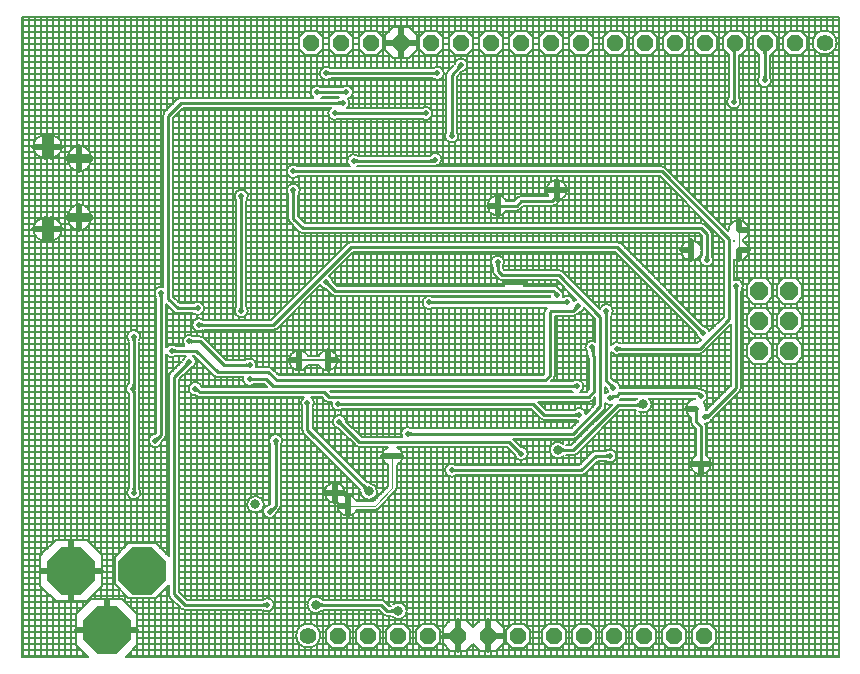
<source format=gbl>
G04*
G04 #@! TF.GenerationSoftware,Altium Limited,Altium Designer,22.2.1 (43)*
G04*
G04 Layer_Physical_Order=2*
G04 Layer_Color=16711680*
%FSLAX25Y25*%
%MOIN*%
G70*
G04*
G04 #@! TF.SameCoordinates,7339C814-AE53-45AD-ACDF-668E24E4BB01*
G04*
G04*
G04 #@! TF.FilePolarity,Positive*
G04*
G01*
G75*
%ADD10C,0.01000*%
%ADD14C,0.00800*%
%ADD16C,0.00394*%
%ADD83C,0.00803*%
%ADD84P,0.17046X8X202.5*%
%ADD85P,0.17046X8X112.5*%
%ADD86P,0.06061X8X292.5*%
%ADD88P,0.06605X8X292.5*%
%ADD89C,0.02000*%
%ADD90C,0.03150*%
%ADD91C,0.02000*%
%ADD92C,0.05600*%
G36*
X81998Y19398D02*
X82106Y19400D01*
X82300Y19416D01*
X82386Y19430D01*
X82464Y19448D01*
X82536Y19470D01*
X82600Y19496D01*
X82658Y19526D01*
X82708Y19560D01*
X82750Y19598D01*
Y18198D01*
X82708Y18236D01*
X82658Y18270D01*
X82600Y18300D01*
X82536Y18326D01*
X82464Y18348D01*
X82386Y18366D01*
X82300Y18380D01*
X82206Y18390D01*
X81998Y18398D01*
Y19398D01*
D02*
G37*
G36*
X39476Y57765D02*
X39478Y57658D01*
X39494Y57464D01*
X39508Y57378D01*
X39526Y57299D01*
X39548Y57228D01*
X39574Y57163D01*
X39604Y57106D01*
X39638Y57056D01*
X39676Y57013D01*
X38276D01*
X38314Y57056D01*
X38348Y57106D01*
X38378Y57163D01*
X38404Y57228D01*
X38426Y57299D01*
X38444Y57378D01*
X38458Y57464D01*
X38468Y57557D01*
X38476Y57765D01*
X39476D01*
D02*
G37*
G36*
X47453Y74305D02*
X47379Y74228D01*
X47253Y74080D01*
X47202Y74009D01*
X47159Y73940D01*
X47124Y73874D01*
X47097Y73810D01*
X47078Y73749D01*
X47066Y73689D01*
X47063Y73632D01*
X46073Y74622D01*
X46130Y74625D01*
X46189Y74637D01*
X46251Y74656D01*
X46315Y74683D01*
X46381Y74718D01*
X46450Y74761D01*
X46520Y74812D01*
X46593Y74871D01*
X46746Y75012D01*
X47453Y74305D01*
D02*
G37*
G36*
X102044Y18398D02*
X101901Y18392D01*
X101761Y18374D01*
X101623Y18343D01*
X101487Y18301D01*
X101355Y18247D01*
X101225Y18181D01*
X101097Y18102D01*
X100972Y18012D01*
X100850Y17910D01*
X100731Y17795D01*
Y20000D01*
X100850Y19886D01*
X100972Y19783D01*
X101097Y19693D01*
X101225Y19614D01*
X101355Y19548D01*
X101487Y19494D01*
X101623Y19452D01*
X101761Y19422D01*
X101901Y19404D01*
X102044Y19398D01*
Y18398D01*
D02*
G37*
G36*
X85642Y50683D02*
X85567Y50606D01*
X85442Y50457D01*
X85391Y50387D01*
X85348Y50318D01*
X85313Y50252D01*
X85286Y50188D01*
X85267Y50126D01*
X85255Y50067D01*
X85252Y50010D01*
X84262Y51000D01*
X84319Y51003D01*
X84378Y51015D01*
X84440Y51034D01*
X84504Y51061D01*
X84570Y51096D01*
X84639Y51139D01*
X84709Y51190D01*
X84782Y51249D01*
X84935Y51390D01*
X85642Y50683D01*
D02*
G37*
G36*
X85720Y72156D02*
X85719Y72264D01*
X85703Y72457D01*
X85689Y72543D01*
X85671Y72622D01*
X85649Y72694D01*
X85623Y72758D01*
X85593Y72815D01*
X85558Y72865D01*
X85520Y72908D01*
X86920D01*
X86883Y72865D01*
X86848Y72815D01*
X86818Y72758D01*
X86792Y72694D01*
X86770Y72622D01*
X86752Y72543D01*
X86739Y72457D01*
X86729Y72364D01*
X86721Y72156D01*
X85720D01*
D02*
G37*
G36*
X108163Y78531D02*
X108086Y78606D01*
X107938Y78731D01*
X107867Y78782D01*
X107799Y78825D01*
X107732Y78860D01*
X107668Y78887D01*
X107607Y78907D01*
X107547Y78918D01*
X107490Y78921D01*
X108480Y79911D01*
X108484Y79854D01*
X108495Y79795D01*
X108514Y79733D01*
X108541Y79669D01*
X108576Y79603D01*
X108619Y79535D01*
X108670Y79464D01*
X108729Y79391D01*
X108870Y79238D01*
X108163Y78531D01*
D02*
G37*
G36*
X38476Y89350D02*
X38474Y89459D01*
X38466Y89557D01*
X38453Y89647D01*
X38435Y89727D01*
X38412Y89798D01*
X38384Y89859D01*
X38351Y89911D01*
X38313Y89955D01*
X38269Y89988D01*
X38220Y90013D01*
X39507Y90563D01*
X39501Y90539D01*
X39496Y90494D01*
X39487Y90346D01*
X39476Y89426D01*
X38476Y89350D01*
D02*
G37*
G36*
X39476Y92464D02*
X39507Y91326D01*
X38220Y91877D01*
X38269Y91901D01*
X38313Y91935D01*
X38351Y91978D01*
X38384Y92031D01*
X38412Y92092D01*
X38435Y92163D01*
X38453Y92243D01*
X38466Y92333D01*
X38474Y92431D01*
X38476Y92539D01*
X39476Y92464D01*
D02*
G37*
G36*
X60327Y89630D02*
X60250Y89704D01*
X60101Y89825D01*
X60030Y89872D01*
X59961Y89911D01*
X59895Y89940D01*
X59830Y89960D01*
X59768Y89970D01*
X59708Y89973D01*
X59650Y89965D01*
X60432Y91126D01*
X60444Y91079D01*
X60463Y91028D01*
X60490Y90974D01*
X60523Y90916D01*
X60563Y90855D01*
X60666Y90722D01*
X60728Y90651D01*
X60873Y90499D01*
X60327Y89630D01*
D02*
G37*
G36*
X56090Y99317D02*
X56165Y99394D01*
X56290Y99543D01*
X56341Y99613D01*
X56384Y99682D01*
X56419Y99748D01*
X56446Y99812D01*
X56466Y99874D01*
X56477Y99933D01*
X56480Y99990D01*
X57470Y99000D01*
X57413Y98997D01*
X57354Y98985D01*
X57292Y98966D01*
X57228Y98939D01*
X57162Y98904D01*
X57094Y98861D01*
X57023Y98810D01*
X56950Y98751D01*
X56797Y98610D01*
X56090Y99317D01*
D02*
G37*
G36*
X79025Y93594D02*
X78917Y93593D01*
X78724Y93577D01*
X78638Y93563D01*
X78559Y93545D01*
X78488Y93523D01*
X78423Y93497D01*
X78366Y93467D01*
X78316Y93432D01*
X78273Y93395D01*
Y94794D01*
X78316Y94757D01*
X78366Y94722D01*
X78423Y94692D01*
X78488Y94666D01*
X78559Y94644D01*
X78638Y94626D01*
X78724Y94612D01*
X78817Y94603D01*
X79025Y94595D01*
Y93594D01*
D02*
G37*
G36*
X76093Y99319D02*
X76201Y99321D01*
X76394Y99337D01*
X76480Y99351D01*
X76559Y99369D01*
X76631Y99391D01*
X76695Y99417D01*
X76752Y99447D01*
X76802Y99481D01*
X76845Y99519D01*
Y98119D01*
X76802Y98157D01*
X76752Y98191D01*
X76695Y98221D01*
X76631Y98247D01*
X76559Y98269D01*
X76480Y98287D01*
X76394Y98301D01*
X76301Y98311D01*
X76093Y98319D01*
Y99319D01*
D02*
G37*
G36*
X96350Y84754D02*
X96348Y84862D01*
X96332Y85056D01*
X96318Y85141D01*
X96300Y85220D01*
X96278Y85292D01*
X96252Y85356D01*
X96222Y85413D01*
X96188Y85464D01*
X96150Y85506D01*
X97550D01*
X97512Y85464D01*
X97478Y85413D01*
X97448Y85356D01*
X97422Y85292D01*
X97400Y85220D01*
X97382Y85141D01*
X97368Y85056D01*
X97358Y84962D01*
X97350Y84754D01*
X96350D01*
D02*
G37*
G36*
X38476Y106802D02*
X38474Y106909D01*
X38458Y107103D01*
X38444Y107189D01*
X38426Y107268D01*
X38404Y107339D01*
X38378Y107404D01*
X38348Y107461D01*
X38314Y107511D01*
X38276Y107554D01*
X39676D01*
X39638Y107511D01*
X39604Y107461D01*
X39574Y107404D01*
X39548Y107339D01*
X39526Y107268D01*
X39508Y107189D01*
X39494Y107103D01*
X39484Y107010D01*
X39476Y106802D01*
X38476D01*
D02*
G37*
G36*
X53041Y103043D02*
X52933Y103041D01*
X52740Y103025D01*
X52654Y103011D01*
X52575Y102993D01*
X52503Y102971D01*
X52439Y102945D01*
X52382Y102915D01*
X52332Y102881D01*
X52289Y102843D01*
Y104243D01*
X52332Y104205D01*
X52382Y104171D01*
X52439Y104141D01*
X52503Y104115D01*
X52575Y104093D01*
X52654Y104075D01*
X52740Y104061D01*
X52833Y104051D01*
X53041Y104043D01*
Y103043D01*
D02*
G37*
G36*
X58946Y106193D02*
X58839Y106191D01*
X58645Y106175D01*
X58559Y106161D01*
X58480Y106143D01*
X58409Y106121D01*
X58345Y106095D01*
X58287Y106065D01*
X58237Y106031D01*
X58194Y105993D01*
Y107393D01*
X58237Y107355D01*
X58287Y107321D01*
X58345Y107291D01*
X58409Y107265D01*
X58480Y107243D01*
X58559Y107225D01*
X58645Y107211D01*
X58738Y107201D01*
X58946Y107193D01*
Y106193D01*
D02*
G37*
G36*
X62096Y111705D02*
X61988Y111703D01*
X61795Y111687D01*
X61709Y111673D01*
X61630Y111655D01*
X61559Y111633D01*
X61494Y111607D01*
X61437Y111577D01*
X61387Y111543D01*
X61344Y111505D01*
Y112905D01*
X61387Y112867D01*
X61437Y112833D01*
X61494Y112803D01*
X61559Y112777D01*
X61630Y112755D01*
X61709Y112737D01*
X61795Y112723D01*
X61888Y112713D01*
X62096Y112705D01*
Y111705D01*
D02*
G37*
G36*
X58770Y118217D02*
X58878Y118219D01*
X59071Y118235D01*
X59157Y118248D01*
X59236Y118266D01*
X59308Y118289D01*
X59372Y118315D01*
X59429Y118344D01*
X59479Y118378D01*
X59522Y118417D01*
Y117016D01*
X59479Y117054D01*
X59429Y117088D01*
X59372Y117119D01*
X59308Y117145D01*
X59236Y117166D01*
X59157Y117184D01*
X59071Y117199D01*
X58978Y117209D01*
X58770Y117217D01*
Y118217D01*
D02*
G37*
G36*
X75303Y118395D02*
X75305Y118288D01*
X75321Y118094D01*
X75335Y118008D01*
X75353Y117929D01*
X75375Y117858D01*
X75401Y117793D01*
X75431Y117736D01*
X75465Y117686D01*
X75503Y117643D01*
X74103D01*
X74141Y117686D01*
X74175Y117736D01*
X74205Y117793D01*
X74231Y117858D01*
X74253Y117929D01*
X74271Y118008D01*
X74285Y118094D01*
X74295Y118187D01*
X74303Y118395D01*
X75303D01*
D02*
G37*
G36*
X47532Y121369D02*
X47530Y121476D01*
X47513Y121670D01*
X47499Y121756D01*
X47482Y121835D01*
X47460Y121906D01*
X47434Y121970D01*
X47403Y122028D01*
X47370Y122078D01*
X47332Y122120D01*
X48731D01*
X48693Y122078D01*
X48660Y122028D01*
X48630Y121970D01*
X48603Y121906D01*
X48581Y121835D01*
X48564Y121756D01*
X48550Y121670D01*
X48540Y121577D01*
X48531Y121369D01*
X47532D01*
D02*
G37*
G36*
X74303Y153652D02*
X74301Y153760D01*
X74285Y153953D01*
X74271Y154039D01*
X74253Y154118D01*
X74231Y154190D01*
X74205Y154254D01*
X74175Y154311D01*
X74141Y154361D01*
X74103Y154404D01*
X75503D01*
X75465Y154361D01*
X75431Y154311D01*
X75401Y154254D01*
X75375Y154190D01*
X75353Y154118D01*
X75335Y154039D01*
X75321Y153953D01*
X75311Y153860D01*
X75303Y153652D01*
X74303D01*
D02*
G37*
G36*
X91626Y155621D02*
X91624Y155728D01*
X91608Y155922D01*
X91594Y156008D01*
X91576Y156087D01*
X91554Y156158D01*
X91528Y156222D01*
X91498Y156280D01*
X91464Y156330D01*
X91426Y156372D01*
X92826D01*
X92788Y156330D01*
X92754Y156280D01*
X92724Y156222D01*
X92698Y156158D01*
X92676Y156087D01*
X92658Y156008D01*
X92644Y155922D01*
X92634Y155828D01*
X92626Y155621D01*
X91626D01*
D02*
G37*
G36*
X113671Y166429D02*
X113563Y166427D01*
X113370Y166411D01*
X113284Y166397D01*
X113205Y166379D01*
X113133Y166357D01*
X113069Y166331D01*
X113012Y166301D01*
X112962Y166267D01*
X112919Y166229D01*
Y167629D01*
X112962Y167591D01*
X113012Y167557D01*
X113069Y167527D01*
X113133Y167501D01*
X113205Y167479D01*
X113284Y167461D01*
X113370Y167447D01*
X113463Y167437D01*
X113671Y167429D01*
Y166429D01*
D02*
G37*
G36*
X107371Y182177D02*
X107264Y182175D01*
X107070Y182159D01*
X106984Y182145D01*
X106906Y182127D01*
X106834Y182105D01*
X106770Y182079D01*
X106712Y182049D01*
X106662Y182015D01*
X106620Y181977D01*
Y183377D01*
X106662Y183339D01*
X106712Y183305D01*
X106770Y183275D01*
X106834Y183249D01*
X106906Y183227D01*
X106984Y183209D01*
X107070Y183195D01*
X107164Y183185D01*
X107371Y183177D01*
Y182177D01*
D02*
G37*
G36*
X107195Y186721D02*
X107303Y186723D01*
X107497Y186739D01*
X107582Y186752D01*
X107661Y186770D01*
X107733Y186793D01*
X107797Y186819D01*
X107854Y186848D01*
X107905Y186882D01*
X107947Y186920D01*
Y185521D01*
X107905Y185558D01*
X107854Y185592D01*
X107797Y185623D01*
X107733Y185649D01*
X107661Y185670D01*
X107582Y185688D01*
X107497Y185703D01*
X107403Y185713D01*
X107195Y185721D01*
Y186721D01*
D02*
G37*
G36*
X101466Y189264D02*
X101358Y189262D01*
X101165Y189246D01*
X101079Y189232D01*
X101000Y189214D01*
X100928Y189192D01*
X100864Y189166D01*
X100807Y189136D01*
X100757Y189102D01*
X100714Y189064D01*
Y190464D01*
X100757Y190426D01*
X100807Y190392D01*
X100864Y190362D01*
X100928Y190336D01*
X101000Y190314D01*
X101079Y190296D01*
X101165Y190282D01*
X101258Y190272D01*
X101466Y190264D01*
Y189264D01*
D02*
G37*
G36*
X104616Y195563D02*
X104508Y195561D01*
X104314Y195545D01*
X104228Y195531D01*
X104150Y195513D01*
X104078Y195491D01*
X104014Y195465D01*
X103957Y195435D01*
X103907Y195401D01*
X103864Y195363D01*
Y196763D01*
X103907Y196725D01*
X103957Y196691D01*
X104014Y196661D01*
X104078Y196635D01*
X104150Y196613D01*
X104228Y196595D01*
X104314Y196581D01*
X104408Y196571D01*
X104616Y196563D01*
Y195563D01*
D02*
G37*
G36*
X108377Y190264D02*
X108484Y190266D01*
X108678Y190282D01*
X108764Y190296D01*
X108842Y190314D01*
X108914Y190336D01*
X108978Y190362D01*
X109036Y190392D01*
X109086Y190426D01*
X109128Y190464D01*
Y189064D01*
X109086Y189102D01*
X109036Y189136D01*
X108978Y189166D01*
X108914Y189192D01*
X108842Y189214D01*
X108764Y189232D01*
X108678Y189246D01*
X108584Y189256D01*
X108377Y189264D01*
Y190264D01*
D02*
G37*
G36*
X185900Y91032D02*
X185857Y91070D01*
X185807Y91104D01*
X185750Y91134D01*
X185686Y91160D01*
X185614Y91182D01*
X185535Y91200D01*
X185449Y91214D01*
X185356Y91224D01*
X185148Y91232D01*
Y92232D01*
X185256Y92234D01*
X185449Y92250D01*
X185535Y92264D01*
X185614Y92282D01*
X185686Y92304D01*
X185750Y92330D01*
X185807Y92360D01*
X185857Y92394D01*
X185900Y92432D01*
Y91032D01*
D02*
G37*
G36*
X186687Y81583D02*
X186645Y81621D01*
X186595Y81656D01*
X186537Y81686D01*
X186473Y81712D01*
X186401Y81734D01*
X186323Y81752D01*
X186237Y81766D01*
X186144Y81775D01*
X185935Y81783D01*
Y82784D01*
X186043Y82785D01*
X186237Y82802D01*
X186323Y82815D01*
X186401Y82833D01*
X186473Y82855D01*
X186537Y82881D01*
X186595Y82911D01*
X186645Y82946D01*
X186687Y82983D01*
Y81583D01*
D02*
G37*
G36*
X131072Y76646D02*
X131122Y76612D01*
X131179Y76582D01*
X131244Y76556D01*
X131315Y76534D01*
X131394Y76516D01*
X131480Y76502D01*
X131573Y76492D01*
X131781Y76484D01*
Y75484D01*
X131673Y75482D01*
X131480Y75466D01*
X131394Y75452D01*
X131315Y75434D01*
X131244Y75412D01*
X131179Y75386D01*
X131122Y75356D01*
X131072Y75322D01*
X131029Y75284D01*
Y76684D01*
X131072Y76646D01*
D02*
G37*
G36*
X181559Y71460D02*
X181681Y71358D01*
X181806Y71268D01*
X181933Y71189D01*
X182063Y71123D01*
X182196Y71069D01*
X182331Y71027D01*
X182469Y70996D01*
X182610Y70978D01*
X182753Y70972D01*
Y69972D01*
X182610Y69966D01*
X182469Y69948D01*
X182331Y69918D01*
X182196Y69876D01*
X182063Y69822D01*
X181933Y69756D01*
X181806Y69677D01*
X181681Y69587D01*
X181559Y69485D01*
X181440Y69370D01*
Y71575D01*
X181559Y71460D01*
D02*
G37*
G36*
X167505Y70607D02*
X167653Y70481D01*
X167724Y70430D01*
X167792Y70388D01*
X167858Y70352D01*
X167922Y70325D01*
X167984Y70306D01*
X168043Y70295D01*
X168100Y70291D01*
X167110Y69301D01*
X167107Y69358D01*
X167096Y69418D01*
X167076Y69480D01*
X167049Y69543D01*
X167014Y69610D01*
X166971Y69678D01*
X166920Y69749D01*
X166861Y69822D01*
X166720Y69974D01*
X167427Y70682D01*
X167505Y70607D01*
D02*
G37*
G36*
X145639Y64442D02*
X145689Y64407D01*
X145746Y64377D01*
X145810Y64351D01*
X145882Y64329D01*
X145961Y64311D01*
X146047Y64297D01*
X146140Y64288D01*
X146348Y64280D01*
Y63279D01*
X146240Y63278D01*
X146047Y63261D01*
X145961Y63248D01*
X145882Y63230D01*
X145810Y63208D01*
X145746Y63182D01*
X145689Y63152D01*
X145639Y63117D01*
X145596Y63080D01*
Y64480D01*
X145639Y64442D01*
D02*
G37*
G36*
X116058Y58674D02*
X116170Y58587D01*
X116289Y58511D01*
X116414Y58445D01*
X116547Y58389D01*
X116685Y58344D01*
X116831Y58309D01*
X116983Y58285D01*
X117142Y58271D01*
X117307Y58268D01*
X115748Y56709D01*
X115745Y56874D01*
X115731Y57033D01*
X115706Y57185D01*
X115672Y57330D01*
X115627Y57469D01*
X115571Y57601D01*
X115505Y57727D01*
X115429Y57846D01*
X115342Y57958D01*
X115245Y58063D01*
X115952Y58771D01*
X116058Y58674D01*
D02*
G37*
G36*
X126041Y15827D02*
X125921Y15941D01*
X125799Y16044D01*
X125674Y16134D01*
X125547Y16212D01*
X125417Y16278D01*
X125284Y16333D01*
X125149Y16375D01*
X125011Y16405D01*
X124870Y16423D01*
X124727Y16429D01*
Y17429D01*
X124870Y17435D01*
X125011Y17453D01*
X125149Y17483D01*
X125284Y17526D01*
X125417Y17580D01*
X125547Y17646D01*
X125674Y17724D01*
X125799Y17815D01*
X125921Y17917D01*
X126041Y18032D01*
Y15827D01*
D02*
G37*
G36*
X196172Y69004D02*
X196279Y69006D01*
X196473Y69022D01*
X196559Y69036D01*
X196638Y69054D01*
X196709Y69076D01*
X196774Y69102D01*
X196831Y69132D01*
X196881Y69166D01*
X196924Y69204D01*
Y67804D01*
X196881Y67842D01*
X196831Y67876D01*
X196774Y67906D01*
X196709Y67932D01*
X196638Y67954D01*
X196559Y67972D01*
X196473Y67986D01*
X196380Y67996D01*
X196172Y68004D01*
Y69004D01*
D02*
G37*
G36*
X198136Y92729D02*
X198213Y92654D01*
X198362Y92529D01*
X198432Y92478D01*
X198501Y92435D01*
X198567Y92400D01*
X198631Y92373D01*
X198692Y92353D01*
X198752Y92342D01*
X198809Y92339D01*
X197819Y91349D01*
X197816Y91406D01*
X197804Y91465D01*
X197785Y91527D01*
X197758Y91591D01*
X197723Y91657D01*
X197680Y91725D01*
X197629Y91796D01*
X197570Y91869D01*
X197429Y92022D01*
X198136Y92729D01*
D02*
G37*
G36*
X206296Y85933D02*
X206443Y85940D01*
X206584Y85960D01*
X206719Y85993D01*
X206847Y86040D01*
X206969Y86101D01*
X207084Y86174D01*
X207194Y86261D01*
X207296Y86362D01*
X207393Y86476D01*
X207482Y86603D01*
X207923Y84443D01*
X207779Y84536D01*
X207492Y84693D01*
X207349Y84757D01*
X207208Y84811D01*
X207067Y84855D01*
X206927Y84889D01*
X206788Y84913D01*
X206650Y84928D01*
X206512Y84933D01*
X206296Y85933D01*
D02*
G37*
G36*
X230946Y81814D02*
X230869Y81735D01*
X230630Y81465D01*
X230588Y81409D01*
X230525Y81309D01*
X230504Y81266D01*
X230491Y81227D01*
X229816Y82454D01*
X229872Y82442D01*
X229930Y82440D01*
X229991Y82447D01*
X230054Y82464D01*
X230120Y82491D01*
X230188Y82527D01*
X230258Y82572D01*
X230331Y82628D01*
X230407Y82692D01*
X230485Y82766D01*
X230946Y81814D01*
D02*
G37*
G36*
X191370Y103192D02*
X191368Y103300D01*
X191349Y103491D01*
X191333Y103576D01*
X191312Y103652D01*
X191286Y103721D01*
X191256Y103783D01*
X191221Y103836D01*
X191182Y103882D01*
X191137Y103921D01*
X192524Y104113D01*
X192495Y104070D01*
X192469Y104019D01*
X192446Y103961D01*
X192426Y103896D01*
X192409Y103824D01*
X192395Y103744D01*
X192376Y103564D01*
X192372Y103463D01*
X192370Y103354D01*
X191370Y103192D01*
D02*
G37*
G36*
X201466Y103831D02*
X201358Y103829D01*
X201165Y103813D01*
X201079Y103799D01*
X201000Y103781D01*
X200928Y103759D01*
X200864Y103733D01*
X200807Y103703D01*
X200757Y103669D01*
X200714Y103631D01*
Y105031D01*
X200757Y104993D01*
X200807Y104959D01*
X200864Y104929D01*
X200928Y104903D01*
X201000Y104881D01*
X201079Y104863D01*
X201165Y104849D01*
X201258Y104839D01*
X201466Y104831D01*
Y103831D01*
D02*
G37*
G36*
X228057Y110839D02*
X228135Y110764D01*
X228283Y110639D01*
X228353Y110588D01*
X228422Y110545D01*
X228488Y110510D01*
X228552Y110483D01*
X228614Y110464D01*
X228673Y110452D01*
X228730Y110449D01*
X227740Y109459D01*
X227737Y109516D01*
X227726Y109575D01*
X227706Y109637D01*
X227679Y109701D01*
X227644Y109767D01*
X227601Y109836D01*
X227550Y109906D01*
X227491Y109979D01*
X227350Y110132D01*
X228057Y110839D01*
D02*
G37*
G36*
X159736Y131605D02*
X159734Y131712D01*
X159718Y131906D01*
X159704Y131992D01*
X159686Y132071D01*
X159664Y132142D01*
X159638Y132207D01*
X159608Y132264D01*
X159574Y132314D01*
X159536Y132357D01*
X160936D01*
X160898Y132314D01*
X160864Y132264D01*
X160834Y132207D01*
X160808Y132142D01*
X160786Y132071D01*
X160768Y131992D01*
X160754Y131906D01*
X160744Y131813D01*
X160736Y131605D01*
X159736D01*
D02*
G37*
G36*
X185618Y117821D02*
X185692Y117898D01*
X185818Y118046D01*
X185869Y118117D01*
X185912Y118186D01*
X185947Y118252D01*
X185974Y118316D01*
X185993Y118377D01*
X186004Y118437D01*
X186008Y118494D01*
X186998Y117504D01*
X186941Y117501D01*
X186881Y117489D01*
X186820Y117470D01*
X186756Y117443D01*
X186690Y117408D01*
X186621Y117365D01*
X186550Y117314D01*
X186477Y117255D01*
X186325Y117114D01*
X185618Y117821D01*
D02*
G37*
G36*
X137776Y167429D02*
X137884Y167432D01*
X137982Y167439D01*
X138072Y167452D01*
X138152Y167470D01*
X138223Y167493D01*
X138284Y167521D01*
X138337Y167555D01*
X138380Y167593D01*
X138414Y167637D01*
X138438Y167685D01*
X138989Y166398D01*
X138964Y166404D01*
X138919Y166410D01*
X138771Y166418D01*
X137851Y166429D01*
X137776Y167429D01*
D02*
G37*
G36*
X145382Y176663D02*
X145384Y176555D01*
X145400Y176362D01*
X145414Y176276D01*
X145432Y176197D01*
X145454Y176125D01*
X145480Y176061D01*
X145510Y176004D01*
X145544Y175954D01*
X145582Y175911D01*
X144182D01*
X144220Y175954D01*
X144254Y176004D01*
X144284Y176061D01*
X144310Y176125D01*
X144332Y176197D01*
X144350Y176276D01*
X144364Y176362D01*
X144374Y176455D01*
X144382Y176663D01*
X145382D01*
D02*
G37*
G36*
X134754Y183177D02*
X134862Y183179D01*
X135056Y183195D01*
X135142Y183209D01*
X135220Y183227D01*
X135292Y183249D01*
X135356Y183275D01*
X135414Y183305D01*
X135464Y183339D01*
X135506Y183377D01*
Y181977D01*
X135464Y182015D01*
X135414Y182049D01*
X135356Y182079D01*
X135292Y182105D01*
X135220Y182127D01*
X135142Y182145D01*
X135056Y182159D01*
X134962Y182169D01*
X134754Y182177D01*
Y183177D01*
D02*
G37*
G36*
X138691Y196563D02*
X138799Y196565D01*
X138993Y196581D01*
X139079Y196595D01*
X139157Y196613D01*
X139229Y196635D01*
X139293Y196661D01*
X139350Y196691D01*
X139400Y196725D01*
X139443Y196763D01*
Y195363D01*
X139400Y195401D01*
X139350Y195435D01*
X139293Y195465D01*
X139229Y195491D01*
X139157Y195513D01*
X139079Y195531D01*
X138993Y195545D01*
X138899Y195555D01*
X138691Y195563D01*
Y196563D01*
D02*
G37*
G36*
X146641Y198136D02*
X146716Y198213D01*
X146842Y198362D01*
X146892Y198432D01*
X146935Y198501D01*
X146970Y198567D01*
X146998Y198631D01*
X147017Y198692D01*
X147028Y198752D01*
X147031Y198809D01*
X148021Y197819D01*
X147964Y197816D01*
X147905Y197804D01*
X147843Y197785D01*
X147779Y197758D01*
X147713Y197723D01*
X147645Y197680D01*
X147574Y197629D01*
X147501Y197570D01*
X147348Y197429D01*
X146641Y198136D01*
D02*
G37*
G36*
X195957Y115463D02*
X195955Y115571D01*
X195939Y115764D01*
X195925Y115850D01*
X195907Y115929D01*
X195885Y116001D01*
X195859Y116065D01*
X195829Y116122D01*
X195795Y116172D01*
X195757Y116215D01*
X197157D01*
X197119Y116172D01*
X197085Y116122D01*
X197055Y116065D01*
X197029Y116001D01*
X197007Y115929D01*
X196989Y115850D01*
X196975Y115764D01*
X196965Y115671D01*
X196957Y115463D01*
X195957D01*
D02*
G37*
G36*
X239264Y123731D02*
X239262Y123838D01*
X239246Y124032D01*
X239232Y124118D01*
X239214Y124197D01*
X239192Y124268D01*
X239166Y124333D01*
X239136Y124390D01*
X239102Y124440D01*
X239064Y124483D01*
X240464D01*
X240426Y124440D01*
X240392Y124390D01*
X240362Y124333D01*
X240336Y124268D01*
X240314Y124197D01*
X240296Y124118D01*
X240282Y124032D01*
X240272Y123939D01*
X240264Y123731D01*
X239264D01*
D02*
G37*
G36*
X230421Y135324D02*
X230423Y135217D01*
X230439Y135023D01*
X230453Y134937D01*
X230471Y134858D01*
X230493Y134787D01*
X230519Y134722D01*
X230549Y134665D01*
X230583Y134615D01*
X230621Y134572D01*
X229221D01*
X229259Y134615D01*
X229293Y134665D01*
X229323Y134722D01*
X229349Y134787D01*
X229371Y134858D01*
X229389Y134937D01*
X229403Y135023D01*
X229413Y135116D01*
X229421Y135324D01*
X230421D01*
D02*
G37*
G36*
X239595Y188000D02*
X239596Y187892D01*
X239620Y187610D01*
X239635Y187531D01*
X239653Y187459D01*
X239673Y187393D01*
X239698Y187335D01*
X239725Y187284D01*
X239756Y187241D01*
X238366Y187406D01*
X238409Y187445D01*
X238448Y187492D01*
X238482Y187546D01*
X238512Y187608D01*
X238537Y187677D01*
X238558Y187754D01*
X238574Y187839D01*
X238585Y187931D01*
X238592Y188031D01*
X238595Y188138D01*
X239595Y188000D01*
D02*
G37*
G36*
X250118Y203513D02*
X250033Y203483D01*
X249958Y203432D01*
X249893Y203361D01*
X249838Y203270D01*
X249793Y203159D01*
X249758Y203027D01*
X249733Y202875D01*
X249718Y202703D01*
X249713Y202511D01*
X248713D01*
X248708Y202703D01*
X248693Y202875D01*
X248668Y203027D01*
X248633Y203159D01*
X248588Y203270D01*
X248533Y203361D01*
X248468Y203432D01*
X248393Y203483D01*
X248308Y203513D01*
X248213Y203523D01*
X250213D01*
X250118Y203513D01*
D02*
G37*
G36*
X240000D02*
X239914Y203483D01*
X239840Y203432D01*
X239774Y203361D01*
X239720Y203270D01*
X239674Y203159D01*
X239639Y203027D01*
X239615Y202875D01*
X239599Y202703D01*
X239595Y202511D01*
X238595D01*
X238590Y202703D01*
X238575Y202875D01*
X238549Y203027D01*
X238514Y203159D01*
X238470Y203270D01*
X238415Y203361D01*
X238350Y203432D01*
X238275Y203483D01*
X238190Y203513D01*
X238094Y203523D01*
X240094D01*
X240000Y203513D01*
D02*
G37*
G36*
X249715Y195059D02*
X249731Y194866D01*
X249745Y194780D01*
X249763Y194701D01*
X249785Y194629D01*
X249811Y194565D01*
X249841Y194508D01*
X249875Y194458D01*
X249913Y194415D01*
X248513D01*
X248551Y194458D01*
X248585Y194508D01*
X248615Y194565D01*
X248641Y194629D01*
X248663Y194701D01*
X248681Y194780D01*
X248695Y194866D01*
X248705Y194959D01*
X248713Y195167D01*
X249713D01*
X249715Y195059D01*
D02*
G37*
D10*
X226378Y79921D02*
X227953Y78347D01*
Y65748D02*
Y78347D01*
X226378Y79921D02*
Y84252D01*
X179421Y122818D02*
X179921Y122318D01*
X179421Y122818D02*
Y123036D01*
X105905Y123622D02*
X178835D01*
X103150Y126378D02*
X105905Y123622D01*
X179921Y122047D02*
Y122318D01*
X178835Y123622D02*
X179421Y123036D01*
X137402Y119685D02*
X183465D01*
X107087Y85827D02*
X172047D01*
X179730Y154927D02*
Y156895D01*
X178347Y153543D02*
X179730Y154927D01*
Y156895D02*
X179921Y157087D01*
X168110Y153543D02*
X178347D01*
X160236Y151969D02*
X166535D01*
X168110Y153543D01*
X200787Y89370D02*
X226895D01*
X200000Y88583D02*
X200787Y89370D01*
X197908Y87795D02*
X198696Y88583D01*
X200000D01*
X197638Y87795D02*
X197908D01*
X226895Y89370D02*
X227682Y88583D01*
X227953D01*
X92126Y163386D02*
X214961D01*
X237402Y114173D02*
Y140945D01*
X214961Y163386D02*
X237402Y140945D01*
X229921Y81496D02*
X239764Y91339D01*
X229528Y81496D02*
X229921D01*
X239764Y91339D02*
Y125197D01*
X177559Y116343D02*
X178145Y116929D01*
X185433D02*
X187008Y118504D01*
X177559Y95276D02*
Y116343D01*
X178145Y116929D02*
X185433D01*
X144882Y63779D02*
X188189D01*
X192913Y68504D01*
X197638D01*
X111417Y138189D02*
X200000D01*
X228740Y109449D01*
X85433Y112205D02*
X111417Y138189D01*
X60630Y112205D02*
X85433D01*
X196457Y93701D02*
X198819Y91339D01*
X196457Y93701D02*
Y116929D01*
X175984Y93701D02*
X177559Y95276D01*
X200000Y104331D02*
X227559D01*
X237402Y114173D01*
X74803Y116929D02*
Y155118D01*
X84252Y50000D02*
X86221Y51968D01*
Y73622D01*
X50394Y181890D02*
X54724Y186221D01*
X50394Y120866D02*
Y181890D01*
X54724Y186221D02*
X108661D01*
X50394Y120866D02*
X53543Y117717D01*
X60236D01*
X92126Y147638D02*
Y157087D01*
Y147638D02*
X95276Y144488D01*
X227953D01*
X229921Y142520D01*
Y133858D02*
Y142520D01*
X191870Y102224D02*
Y104587D01*
Y102224D02*
X192520Y101575D01*
X191732Y104724D02*
X191870Y104587D01*
X86614Y93701D02*
X175984D01*
X83858Y96457D02*
X86614Y93701D01*
X66929Y96457D02*
X83858D01*
X96850Y77165D02*
Y86221D01*
Y77165D02*
X117323Y56693D01*
X85433Y91732D02*
X186614D01*
X102362Y89764D02*
X103937Y88189D01*
X60900Y89764D02*
X102362D01*
X59719Y90945D02*
X60900Y89764D01*
X59449Y90945D02*
X59719D01*
X83071Y94095D02*
X85433Y91732D01*
X77559Y94095D02*
X83071D01*
X68898Y98819D02*
X77559D01*
X57480Y106693D02*
X61024D01*
X68898Y98819D01*
X192520Y90158D02*
Y101575D01*
X190551Y88189D02*
X192520Y90158D01*
X103937Y88189D02*
X190551D01*
X59842Y103543D02*
X66929Y96457D01*
X51575Y103543D02*
X59842D01*
X55905Y18898D02*
X83465D01*
X52362Y22441D02*
X55905Y18898D01*
X52362Y22441D02*
Y94882D01*
X57480Y100000D01*
X130315Y75984D02*
X185433D01*
X194488Y85039D01*
Y114961D01*
X180709Y128740D02*
X194488Y114961D01*
X161811Y128740D02*
X180709D01*
X160236Y130315D02*
X161811Y128740D01*
X160236Y130315D02*
Y133071D01*
X38583Y90674D02*
X38976Y90281D01*
X38583Y90674D02*
Y91215D01*
X38976Y56299D02*
Y90281D01*
X38583Y91215D02*
X38976Y91609D01*
Y108268D01*
X46063Y73622D02*
X48031Y75591D01*
Y122835D01*
X100000Y189764D02*
X109843D01*
X114173Y73228D02*
X164173D01*
X168110Y69291D01*
X107480Y79921D02*
X114173Y73228D01*
X103150Y196063D02*
X140157D01*
X144882Y175197D02*
Y195669D01*
X148031Y198819D01*
X105905Y182677D02*
X136221D01*
X112205Y166929D02*
X138706D01*
X139100Y167323D01*
X139370D01*
X172047Y85827D02*
X175591Y82284D01*
X187402D01*
X249213Y193701D02*
Y206299D01*
X239094Y206181D02*
X239213Y206299D01*
X239094Y186732D02*
Y206181D01*
X238976Y186614D02*
X239094Y186732D01*
X123228Y16929D02*
X127165D01*
X121260Y18898D02*
X123228Y16929D01*
X99606Y18898D02*
X121260D01*
X200394Y85433D02*
X209055D01*
X185433Y70472D02*
X200394Y85433D01*
X180315Y70472D02*
X185433D01*
D14*
X273216Y206299D02*
G03*
X273216Y206299I-4003J0D01*
G01*
X251416Y193701D02*
G03*
X250945Y195062I-2203J0D01*
G01*
X247481Y195063D02*
G03*
X251416Y193701I1732J-1362D01*
G01*
X237367Y188119D02*
G03*
X241179Y186614I1609J-1505D01*
G01*
D02*
G03*
X240836Y187796I-2203J0D01*
G01*
X243951Y143701D02*
G03*
X237153Y143603I-3400J0D01*
G01*
X241951Y140602D02*
G03*
X243951Y143701I-1400J3098D01*
G01*
Y137008D02*
G03*
X241951Y140106I-3400J0D01*
G01*
X231624Y142520D02*
G03*
X231126Y143724I-1703J0D01*
G01*
X231624Y142520D02*
G03*
X231126Y143724I-1703J0D01*
G01*
X229157Y145693D02*
G03*
X227953Y146191I-1204J-1204D01*
G01*
X229157Y145693D02*
G03*
X227953Y146191I-1204J-1204D01*
G01*
X239105Y133931D02*
G03*
X243951Y137008I1446J3077D01*
G01*
X232124Y133858D02*
G03*
X231654Y135219I-2203J0D01*
G01*
X241495Y123835D02*
G03*
X241967Y125197I-1732J1362D01*
G01*
D02*
G03*
X239105Y127299I-2203J0D01*
G01*
X216165Y164590D02*
G03*
X214961Y165089I-1204J-1204D01*
G01*
X216165Y164590D02*
G03*
X214961Y165089I-1204J-1204D01*
G01*
X228190Y135220D02*
G03*
X232124Y133858I1732J-1362D01*
G01*
X228203Y137008D02*
G03*
X228203Y137008I-3400J0D01*
G01*
X150235Y198819D02*
G03*
X145844Y199082I-2203J0D01*
G01*
X148293Y196631D02*
G03*
X150235Y198819I-261J2188D01*
G01*
X143678Y196874D02*
G03*
X143179Y195669I1204J-1204D01*
G01*
X143678Y196874D02*
G03*
X143179Y195669I1204J-1204D01*
G01*
X147085Y175197D02*
G03*
X146615Y176558I-2203J0D01*
G01*
X143150Y176559D02*
G03*
X147085Y175197I1732J-1362D01*
G01*
X181082Y153891D02*
G03*
X183321Y157087I-1161J3196D01*
G01*
D02*
G03*
X177062Y155246I-3400J0D01*
G01*
X201204Y139393D02*
G03*
X200000Y139892I-1204J-1204D01*
G01*
X201204Y139393D02*
G03*
X200000Y139892I-1204J-1204D01*
G01*
X178347Y151840D02*
G03*
X179551Y152339I0J1703D01*
G01*
X178347Y151840D02*
G03*
X179551Y152339I0J1703D01*
G01*
X181913Y129945D02*
G03*
X180709Y130443I-1204J-1204D01*
G01*
X181913Y129945D02*
G03*
X180709Y130443I-1204J-1204D01*
G01*
X186415Y120626D02*
G03*
X185606Y120203I593J-2122D01*
G01*
X185606D02*
G03*
X182067Y121388I-2141J-518D01*
G01*
X182124Y122047D02*
G03*
X180765Y124082I-2203J0D01*
G01*
X182024Y121388D02*
G03*
X182124Y122047I-2102J659D01*
G01*
X169148Y126378D02*
G03*
X169083Y127037I-3400J0D01*
G01*
X180040Y124826D02*
G03*
X178835Y125325I-1204J-1204D01*
G01*
X180040Y124826D02*
G03*
X178835Y125325I-1204J-1204D01*
G01*
X177722Y121919D02*
G03*
X177819Y121388I2199J128D01*
G01*
X168981Y125325D02*
G03*
X169148Y126378I-3233J1053D01*
G01*
X168110Y155246D02*
G03*
X166906Y154748I0J-1703D01*
G01*
X168110Y155246D02*
G03*
X166906Y154748I0J-1703D01*
G01*
X166535Y150265D02*
G03*
X167740Y150764I0J1703D01*
G01*
X163179Y153672D02*
G03*
X163179Y150265I-2943J-1703D01*
G01*
X166535D02*
G03*
X167740Y150764I0J1703D01*
G01*
X162439Y133071D02*
G03*
X158503Y131710I-2203J0D01*
G01*
X161968Y131709D02*
G03*
X162439Y133071I-1732J1362D01*
G01*
X160607Y127536D02*
G03*
X161811Y127037I1204J1204D01*
G01*
X158533Y130315D02*
G03*
X159032Y129111I1703J0D01*
G01*
X160607Y127536D02*
G03*
X161811Y127037I1204J1204D01*
G01*
X162413D02*
G03*
X162515Y125325I3336J-659D01*
G01*
X158533Y130315D02*
G03*
X159032Y129111I1703J0D01*
G01*
X230862Y110042D02*
G03*
X229003Y111636I-2122J-593D01*
G01*
X226553Y109187D02*
G03*
X228147Y107327I2188J261D01*
G01*
X227559Y102628D02*
G03*
X228763Y103126I0J1703D01*
G01*
X227559Y102628D02*
G03*
X228763Y103126I0J1703D01*
G01*
X201362Y106062D02*
G03*
X198160Y105542I-1362J-1732D01*
G01*
Y103119D02*
G03*
X201361Y102598I1840J1211D01*
G01*
X240968Y90134D02*
G03*
X241467Y91339I-1204J1204D01*
G01*
X240968Y90134D02*
G03*
X241467Y91339I-1204J1204D01*
G01*
X230156Y88583D02*
G03*
X227845Y90783I-2203J0D01*
G01*
X228860Y86575D02*
G03*
X230156Y88583I-908J2008D01*
G01*
X227845Y90783D02*
G03*
X226895Y91073I-951J-1413D01*
G01*
X229736Y83719D02*
G03*
X229778Y84252I-3358J533D01*
G01*
D02*
G03*
X228860Y86575I-3400J0D01*
G01*
X227845Y90783D02*
G03*
X226895Y91073I-951J-1413D01*
G01*
X225968Y87627D02*
G03*
X224675Y81309I410J-3375D01*
G01*
X229365Y79299D02*
G03*
X231565Y80659I163J2197D01*
G01*
X229656Y78347D02*
G03*
X229365Y79299I-1703J0D01*
G01*
X229656Y78347D02*
G03*
X229365Y79299I-1703J0D01*
G01*
X224675Y79921D02*
G03*
X225174Y78717I1703J0D01*
G01*
X224675Y79921D02*
G03*
X225174Y78717I1703J0D01*
G01*
X231353Y65748D02*
G03*
X229656Y68691I-3400J0D01*
G01*
X226250D02*
G03*
X231353Y65748I1703J-2943D01*
G01*
X207377Y83365D02*
G03*
X211583Y85748I1428J2383D01*
G01*
X206796Y87667D02*
G03*
X206565Y87391I2009J-1919D01*
G01*
X211583Y85748D02*
G03*
X210813Y87667I-2778J0D01*
G01*
X201022Y91339D02*
G03*
X199082Y93526I-2203J0D01*
G01*
X200899Y87136D02*
G03*
X201204Y87378I-899J1446D01*
G01*
X200899Y87136D02*
G03*
X201204Y87378I-899J1446D01*
G01*
X196276Y66772D02*
G03*
X199841Y68504I1362J1732D01*
G01*
D02*
G03*
X196277Y70237I-2203J0D01*
G01*
X198660Y116929D02*
G03*
X194335Y117523I-2203J0D01*
G01*
X198188Y115567D02*
G03*
X198660Y116929I-1732J1362D01*
G01*
X192785Y106660D02*
G03*
X190143Y103199I-1053J-1935D01*
G01*
X196631Y91077D02*
G03*
X197119Y89937I2188J261D01*
G01*
Y89937D02*
G03*
X196191Y89457I518J-2141D01*
G01*
Y86133D02*
G03*
X198223Y85671I1446J1662D01*
G01*
X190551Y86486D02*
G03*
X191755Y86985I0J1703D01*
G01*
X190551Y86486D02*
G03*
X191755Y86985I0J1703D01*
G01*
X187269Y116316D02*
G03*
X189130Y117911I-261J2188D01*
G01*
X185433Y115226D02*
G03*
X186637Y115725I0J1703D01*
G01*
X185433Y115226D02*
G03*
X186637Y115725I0J1703D01*
G01*
X190167Y102224D02*
G03*
X190666Y101020I1703J0D01*
G01*
X190167Y102224D02*
G03*
X190666Y101020I1703J0D01*
G01*
X188817Y91732D02*
G03*
X185253Y93465I-2203J0D01*
G01*
X187826Y89892D02*
G03*
X188817Y91732I-1211J1840D01*
G01*
X195693Y83835D02*
G03*
X196191Y85039I-1204J1204D01*
G01*
X195693Y83835D02*
G03*
X196191Y85039I-1204J1204D01*
G01*
X189589Y82548D02*
G03*
X186041Y84016I-2187J-265D01*
G01*
X186039Y80552D02*
G03*
X187136Y80096I1362J1732D01*
G01*
X185433Y74281D02*
G03*
X186637Y74780I0J1703D01*
G01*
X185433Y74281D02*
G03*
X186637Y74780I0J1703D01*
G01*
X176355Y117548D02*
G03*
X175856Y116343I1204J-1204D01*
G01*
X178763Y94071D02*
G03*
X179262Y95276I-1204J1204D01*
G01*
X178763Y94071D02*
G03*
X179262Y95276I-1204J1204D01*
G01*
X176355Y117548D02*
G03*
X175856Y116343I1204J-1204D01*
G01*
X174386Y81079D02*
G03*
X175591Y80580I1204J1204D01*
G01*
X174386Y81079D02*
G03*
X175591Y80580I1204J1204D01*
G01*
X182186Y72526D02*
G03*
X182186Y68419I-1871J-2053D01*
G01*
X192913Y70207D02*
G03*
X191709Y69708I0J-1703D01*
G01*
X192913Y70207D02*
G03*
X191709Y69708I0J-1703D01*
G01*
X185433Y68769D02*
G03*
X186637Y69268I0J1703D01*
G01*
X185433Y68769D02*
G03*
X186637Y69268I0J1703D01*
G01*
X188189Y62076D02*
G03*
X189393Y62575I0J1703D01*
G01*
X188189Y62076D02*
G03*
X189393Y62575I0J1703D01*
G01*
X170313Y69291D02*
G03*
X168373Y71479I-2203J0D01*
G01*
X165923Y69030D02*
G03*
X170313Y69291I2188J261D01*
G01*
X146244Y65511D02*
G03*
X146243Y62047I-1362J-1732D01*
G01*
X142361Y196063D02*
G03*
X138797Y197796I-2203J0D01*
G01*
X138795Y194331D02*
G03*
X142361Y196063I1362J1732D01*
G01*
X134858Y180946D02*
G03*
X138424Y182677I1362J1732D01*
G01*
D02*
G03*
X134860Y184410I-2203J0D01*
G01*
X112046Y189764D02*
G03*
X108482Y191497I-2203J0D01*
G01*
X110361Y187622D02*
G03*
X112046Y189764I-518J2141D01*
G01*
X110865Y186221D02*
G03*
X110361Y187622I-2203J0D01*
G01*
X109873Y184380D02*
G03*
X110865Y186221I-1211J1840D01*
G01*
X104694Y184517D02*
G03*
X107266Y180945I1211J-1840D01*
G01*
X104512Y197795D02*
G03*
X104510Y194330I-1362J-1732D01*
G01*
X101362Y191495D02*
G03*
X98788Y187924I-1362J-1732D01*
G01*
X141573Y167323D02*
G03*
X137598Y168632I-2203J0D01*
G01*
X138835Y165186D02*
G03*
X141573Y167323I535J2137D01*
G01*
X113567Y168661D02*
G03*
X110993Y165089I-1362J-1732D01*
G01*
X138799Y121388D02*
G03*
X138799Y117982I-1398J-1703D01*
G01*
X111417Y139892D02*
G03*
X110213Y139393I0J-1703D01*
G01*
X111417Y139892D02*
G03*
X110213Y139393I0J-1703D01*
G01*
X106943Y100394D02*
G03*
X100546Y101998I-3400J0D01*
G01*
X105342Y126594D02*
G03*
X104033Y128396I-2193J-216D01*
G01*
X101131Y125494D02*
G03*
X102934Y124185I2018J883D01*
G01*
X104701Y122418D02*
G03*
X105905Y121919I1204J1204D01*
G01*
X104701Y122418D02*
G03*
X105905Y121919I1204J1204D01*
G01*
X93524Y165089D02*
G03*
X93524Y161683I-1398J-1703D01*
G01*
X54724Y187924D02*
G03*
X53520Y187425I0J-1703D01*
G01*
X54724Y187924D02*
G03*
X53520Y187425I0J-1703D01*
G01*
X49189Y183094D02*
G03*
X48691Y181890I1204J-1204D01*
G01*
X49189Y183094D02*
G03*
X48691Y181890I1204J-1204D01*
G01*
X93858Y155725D02*
G03*
X94329Y157087I-1732J1362D01*
G01*
D02*
G03*
X90393Y155726I-2203J0D01*
G01*
X77006Y155118D02*
G03*
X73070Y153757I-2203J0D01*
G01*
X76535Y153756D02*
G03*
X77006Y155118I-1732J1362D01*
G01*
X15014Y171674D02*
G03*
X10236Y175317I-3778J0D01*
G01*
X15014Y171674D02*
G03*
X10236Y175317I-3778J0D01*
G01*
D02*
G03*
X10236Y168031I-1000J-3643D01*
G01*
Y175317D02*
G03*
X10236Y168031I-1000J-3643D01*
G01*
D02*
G03*
X15014Y171674I1000J3643D01*
G01*
X10236Y168031D02*
G03*
X15014Y171674I1000J3643D01*
G01*
X24581Y167674D02*
G03*
X24614Y168174I-3745J500D01*
G01*
Y167174D02*
G03*
X24581Y167674I-3778J0D01*
G01*
D02*
G03*
X24614Y168174I-3745J500D01*
G01*
Y167174D02*
G03*
X24581Y167674I-3778J0D01*
G01*
X24614Y168174D02*
G03*
X17091Y167674I-3778J0D01*
G01*
X24614Y168174D02*
G03*
X17091Y167674I-3778J0D01*
G01*
D02*
G03*
X24614Y167174I3745J-500D01*
G01*
Y148574D02*
G03*
X17091Y148074I-3778J0D01*
G01*
X24614Y148574D02*
G03*
X17091Y148074I-3778J0D01*
G01*
Y167674D02*
G03*
X24614Y167174I3745J-500D01*
G01*
X94071Y143284D02*
G03*
X95276Y142785I1204J1204D01*
G01*
X94071Y143284D02*
G03*
X95276Y142785I1204J1204D01*
G01*
X90423Y147638D02*
G03*
X90922Y146433I1703J0D01*
G01*
X90423Y147638D02*
G03*
X90922Y146433I1703J0D01*
G01*
X77006Y116929D02*
G03*
X76536Y118290I-2203J0D01*
G01*
X85433Y110502D02*
G03*
X86637Y111000I0J1703D01*
G01*
X73071Y118291D02*
G03*
X77006Y116929I1732J-1362D01*
G01*
X62439Y117717D02*
G03*
X58876Y119449I-2203J0D01*
G01*
X52339Y116512D02*
G03*
X53543Y116013I1204J1204D01*
G01*
X52339Y116512D02*
G03*
X53543Y116013I1204J1204D01*
G01*
X58874Y115985D02*
G03*
X62439Y117717I1362J1732D01*
G01*
X85433Y110502D02*
G03*
X86637Y111000I0J1703D01*
G01*
X79661Y98160D02*
G03*
X79762Y98819I-2102J659D01*
G01*
D02*
G03*
X76198Y100552I-2203J0D01*
G01*
X61992Y113936D02*
G03*
X61991Y110472I-1362J-1732D01*
G01*
X58842Y108424D02*
G03*
X55818Y105246I-1362J-1732D01*
G01*
X62228Y107897D02*
G03*
X61024Y108396I-1204J-1204D01*
G01*
X62228Y107897D02*
G03*
X61024Y108396I-1204J-1204D01*
G01*
X59684Y100000D02*
G03*
X58692Y101840I-2203J0D01*
G01*
X56269D02*
G03*
X55293Y100263I1211J-1840D01*
G01*
X24581Y148074D02*
G03*
X24614Y148574I-3745J500D01*
G01*
X24581Y148074D02*
G03*
X24614Y148574I-3745J500D01*
G01*
Y147574D02*
G03*
X24581Y148074I-3778J0D01*
G01*
X24614Y147574D02*
G03*
X24581Y148074I-3778J0D01*
G01*
X17091D02*
G03*
X24614Y147574I3745J-500D01*
G01*
X15014Y144074D02*
G03*
X10236Y147717I-3778J0D01*
G01*
X15014Y144074D02*
G03*
X10236Y147717I-3778J0D01*
G01*
X17091Y148074D02*
G03*
X24614Y147574I3745J-500D01*
G01*
X10236Y147717D02*
G03*
X10236Y140431I-1000J-3643D01*
G01*
Y147717D02*
G03*
X10236Y140431I-1000J-3643D01*
G01*
D02*
G03*
X15014Y144074I1000J3643D01*
G01*
X10236Y140431D02*
G03*
X15014Y144074I1000J3643D01*
G01*
X48691Y124937D02*
G03*
X46299Y121474I-659J-2102D01*
G01*
X52937Y105275D02*
G03*
X49735Y104755I-1362J-1732D01*
G01*
Y102332D02*
G03*
X52935Y101811I1840J1211D01*
G01*
X41179Y108268D02*
G03*
X37244Y106907I-2203J0D01*
G01*
X40708Y106906D02*
G03*
X41179Y108268I-1732J1362D01*
G01*
X131677Y77716D02*
G03*
X128380Y74932I-1362J-1732D01*
G01*
X112969Y72024D02*
G03*
X114173Y71525I1204J1204D01*
G01*
X112969Y72024D02*
G03*
X114173Y71525I1204J1204D01*
G01*
X128597Y68504D02*
G03*
X126756Y71525I-3400J0D01*
G01*
X126597Y65406D02*
G03*
X128597Y68504I-1400J3098D01*
G01*
X126187Y56884D02*
G03*
X126597Y57874I-990J990D01*
G01*
X123637Y71525D02*
G03*
X123797Y65406I1560J-3021D01*
G01*
X126187Y56884D02*
G03*
X126597Y57874I-990J990D01*
G01*
X120101Y56693D02*
G03*
X117452Y59468I-2778J0D01*
G01*
X100546Y98789D02*
G03*
X106943Y100394I2998J1605D01*
G01*
X102733Y86985D02*
G03*
X103937Y86486I1204J1204D01*
G01*
X104984D02*
G03*
X108484Y84124I2102J-659D01*
G01*
X99054Y86221D02*
G03*
X98062Y88061I-2203J0D01*
G01*
X97092Y101998D02*
G03*
X97092Y98789I-2998J-1605D01*
G01*
X95639Y88061D02*
G03*
X95118Y84860I1211J-1840D01*
G01*
X102733Y86985D02*
G03*
X103937Y86486I1204J1204D01*
G01*
X98582Y84858D02*
G03*
X99054Y86221I-1732J1362D01*
G01*
X109668Y80182D02*
G03*
X107217Y77734I-2188J-261D01*
G01*
X109306Y56299D02*
G03*
X107026Y53089I-3400J0D01*
G01*
X95147Y77165D02*
G03*
X95646Y75961I1703J0D01*
G01*
X95147Y77165D02*
G03*
X95646Y75961I1703J0D01*
G01*
X129943Y16929D02*
G03*
X125294Y18982I-2778J0D01*
G01*
Y14876D02*
G03*
X129943Y16929I1871J2053D01*
G01*
X122024Y15725D02*
G03*
X123228Y15226I1204J1204D01*
G01*
X119291Y50568D02*
G03*
X120281Y50979I0J1400D01*
G01*
X119291Y50568D02*
G03*
X120281Y50979I0J1400D01*
G01*
X114548Y56564D02*
G03*
X120101Y56693I2775J129D01*
G01*
X122464Y20102D02*
G03*
X121260Y20601I-1204J-1204D01*
G01*
X122464Y20102D02*
G03*
X121260Y20601I-1204J-1204D01*
G01*
X122024Y15725D02*
G03*
X123228Y15226I1204J1204D01*
G01*
X113335Y53369D02*
G03*
X109116Y55178I-3098J-1400D01*
G01*
X109116Y55178D02*
G03*
X109306Y56299I-3210J1121D01*
G01*
X107026Y53089D02*
G03*
X113335Y50568I3210J-1121D01*
G01*
X101478Y20951D02*
G03*
X101478Y16844I-1871J-2053D01*
G01*
X101090Y8661D02*
G03*
X101090Y8661I-4003J0D01*
G01*
X85063Y97661D02*
G03*
X83858Y98160I-1204J-1204D01*
G01*
X85063Y97661D02*
G03*
X83858Y98160I-1204J-1204D01*
G01*
X75457Y94753D02*
G03*
X78920Y92362I2102J-659D01*
G01*
X57742Y97812D02*
G03*
X59684Y100000I-261J2188D01*
G01*
X51158Y96086D02*
G03*
X50659Y94882I1204J-1204D01*
G01*
X65725Y95252D02*
G03*
X66929Y94753I1204J1204D01*
G01*
X65725Y95252D02*
G03*
X66929Y94753I1204J1204D01*
G01*
X51158Y96086D02*
G03*
X50659Y94882I1204J-1204D01*
G01*
X88424Y73622D02*
G03*
X84488Y72261I-2203J0D01*
G01*
X87952Y72260D02*
G03*
X88424Y73622I-1732J1362D01*
G01*
X61561Y91571D02*
G03*
X59482Y88742I-2112J-626D01*
G01*
X59696Y88560D02*
G03*
X60900Y88061I1204J1204D01*
G01*
X59696Y88560D02*
G03*
X60900Y88061I1204J1204D01*
G01*
X49236Y74386D02*
G03*
X49735Y75591I-1204J1204D01*
G01*
X40720Y90410D02*
G03*
X40786Y90945I-2137J535D01*
G01*
D02*
G03*
X40731Y91431I-2203J0D01*
G01*
X37273Y92717D02*
G03*
X37273Y89173I1309J-1772D01*
G01*
X49236Y74386D02*
G03*
X49735Y75591I-1204J1204D01*
G01*
X45802Y75810D02*
G03*
X48250Y73359I261J-2188D01*
G01*
X83991Y52188D02*
G03*
X86439Y49737I261J-2188D01*
G01*
X87425Y50764D02*
G03*
X87924Y51968I-1204J1204D01*
G01*
X82306Y52362D02*
G03*
X82306Y52362I-2778J0D01*
G01*
X87425Y50764D02*
G03*
X87924Y51968I-1204J1204D01*
G01*
X41179Y56299D02*
G03*
X40709Y57660I-2203J0D01*
G01*
X37245Y57661D02*
G03*
X41179Y56299I1732J-1362D01*
G01*
X50659Y22441D02*
G03*
X51158Y21237I1703J0D01*
G01*
X50659Y22441D02*
G03*
X51158Y21237I1703J0D01*
G01*
X85668Y18898D02*
G03*
X82104Y20630I-2203J0D01*
G01*
X82102Y17166D02*
G03*
X85668Y18898I1362J1732D01*
G01*
X54701Y17693D02*
G03*
X55905Y17195I1204J1204D01*
G01*
X54701Y17693D02*
G03*
X55905Y17195I1204J1204D01*
G01*
X267890Y210078D02*
Y214939D01*
X269890Y210245D02*
Y214939D01*
X261890Y209627D02*
Y214939D01*
X265890Y208532D02*
Y214939D01*
X271890Y209276D02*
Y214939D01*
X261214Y210302D02*
X263216Y208301D01*
X259890Y210302D02*
Y214939D01*
X257211Y210302D02*
X261214D01*
X257890D02*
Y214939D01*
X255209Y208301D02*
X257211Y210302D01*
X255890Y208981D02*
Y214939D01*
X270983Y209890D02*
X273994D01*
X272886Y207890D02*
X273994D01*
X263216D02*
X265539D01*
X273195Y205890D02*
X273994D01*
X263216D02*
X265230D01*
X251627Y209890D02*
X256798D01*
X261627D02*
X267442D01*
X255209Y204298D02*
Y208301D01*
X263216Y204298D02*
Y208301D01*
X252808Y203890D02*
X255617D01*
X249890Y210302D02*
Y214939D01*
X251890Y209627D02*
Y214939D01*
X247890Y210302D02*
Y214939D01*
X245890Y208981D02*
Y214939D01*
X245210Y208301D02*
X247211Y210302D01*
X241890Y209627D02*
Y214939D01*
X239890Y210302D02*
Y214939D01*
X237211Y210302D02*
X241214D01*
X237890D02*
Y214939D01*
X241214Y210302D02*
X243216Y208301D01*
X235890Y208981D02*
Y214939D01*
X251214Y210302D02*
X253216Y208301D01*
Y207890D02*
X255209D01*
X247211Y210302D02*
X251214D01*
X253216Y205890D02*
X255209D01*
X253216Y204298D02*
Y208301D01*
X241627Y209890D02*
X246798D01*
X243216Y205890D02*
X245210D01*
X243216Y207890D02*
X245210D01*
Y204298D02*
Y208301D01*
X243216Y204298D02*
Y208301D01*
X262808Y203890D02*
X266016D01*
X272409D02*
X273994D01*
X261214Y202296D02*
X263216Y204298D01*
X259890Y127515D02*
Y202296D01*
X257890Y127798D02*
Y202296D01*
X255209Y204298D02*
X257211Y202296D01*
X261214D01*
X251214D02*
X253216Y204298D01*
X255890Y127798D02*
Y203617D01*
X253890Y126334D02*
Y214939D01*
X250916Y197890D02*
X273994D01*
X250916Y195890D02*
X273994D01*
X250916Y199890D02*
X273994D01*
X251408Y193890D02*
X273994D01*
X250916Y201890D02*
X273994D01*
X250467Y191890D02*
X273994D01*
X240827Y187890D02*
X273994D01*
X240798Y189890D02*
X273994D01*
X245210Y204298D02*
X247211Y202296D01*
X247510Y195309D02*
Y202296D01*
X242808Y203890D02*
X245617D01*
X243890Y144344D02*
Y214939D01*
X245890Y127798D02*
Y203617D01*
X241890Y146826D02*
Y202972D01*
X241214Y202296D02*
X243216Y204298D01*
X240798Y202296D02*
X241214D01*
X237391Y188341D02*
Y202296D01*
X240798Y188128D02*
Y202296D01*
X235890Y144865D02*
Y203617D01*
X250916Y195297D02*
Y202296D01*
X240798Y191890D02*
X247958D01*
X240798Y193890D02*
X247018D01*
X249890Y127515D02*
Y191604D01*
X247890Y127798D02*
Y191939D01*
X240798Y199890D02*
X247510D01*
X240798Y197890D02*
X247510D01*
X240798Y201890D02*
X247510D01*
X240798Y195890D02*
X247510D01*
X229890Y210302D02*
Y214939D01*
X227211Y210302D02*
X231214D01*
X227890D02*
Y214939D01*
X231890Y209627D02*
Y214939D01*
X225209Y208301D02*
X227211Y210302D01*
X225890Y208981D02*
Y214939D01*
X219890Y210302D02*
Y214939D01*
X217211Y210302D02*
X221214D01*
X217890D02*
Y214939D01*
X221214Y210302D02*
X223216Y208301D01*
X221890Y209627D02*
Y214939D01*
X235209Y208301D02*
X237211Y210302D01*
X233216Y205890D02*
X235209D01*
X233216Y207890D02*
X235209D01*
Y204298D02*
Y208301D01*
X233216Y204298D02*
Y208301D01*
X231214Y210302D02*
X233216Y208301D01*
X231627Y209890D02*
X236798D01*
X221627D02*
X226798D01*
X223216Y205890D02*
X225209D01*
X223216Y207890D02*
X225209D01*
X209890Y210302D02*
Y214939D01*
X211890Y209627D02*
Y214939D01*
X207890Y210302D02*
Y214939D01*
X215890Y208981D02*
Y214939D01*
X215210Y208301D02*
X217211Y210302D01*
X211214D02*
X213216Y208301D01*
X205890Y208981D02*
Y214939D01*
X207211Y210302D02*
X211214D01*
X201890Y209627D02*
Y214939D01*
X205209Y208301D02*
X207211Y210302D01*
X201214D02*
X203216Y208301D01*
X211627Y209890D02*
X216798D01*
X213216Y205890D02*
X215210D01*
X213216Y207890D02*
X215210D01*
Y204298D02*
Y208301D01*
X213216Y204298D02*
Y208301D01*
X201627Y209890D02*
X206798D01*
X203216Y205890D02*
X205209D01*
X203216Y207890D02*
X205209D01*
Y204298D02*
Y208301D01*
X203216Y204298D02*
Y208301D01*
X231214Y202296D02*
X233216Y204298D01*
X232808Y203890D02*
X235617D01*
X225209Y204298D02*
X227211Y202296D01*
X233890Y146865D02*
Y214939D01*
X235209Y204298D02*
X237211Y202296D01*
X225890Y154865D02*
Y203617D01*
X225209Y204298D02*
Y208301D01*
X222808Y203890D02*
X225617D01*
X223216Y204298D02*
Y208301D01*
X223890Y156865D02*
Y214939D01*
X221214Y202296D02*
X223216Y204298D01*
X227211Y202296D02*
X231214D01*
X150029Y197890D02*
X237391D01*
X227890Y152865D02*
Y202296D01*
X231890Y148865D02*
Y202972D01*
X229890Y150865D02*
Y202296D01*
X147511Y195890D02*
X237391D01*
X146585Y193890D02*
X237391D01*
X149957Y199890D02*
X237391D01*
X146585Y189890D02*
X237391D01*
X146585Y191890D02*
X237391D01*
X215210Y204298D02*
X217211Y202296D01*
X212808Y203890D02*
X215617D01*
X211214Y202296D02*
X213216Y204298D01*
X215890Y164813D02*
Y203617D01*
X213890Y165089D02*
Y214939D01*
X205209Y204298D02*
X207211Y202296D01*
X202808Y203890D02*
X205617D01*
X201214Y202296D02*
X203216Y204298D01*
X205890Y165089D02*
Y203617D01*
X203890Y165089D02*
Y214939D01*
X217890Y162865D02*
Y202296D01*
X217211D02*
X221214D01*
X211890Y165089D02*
Y202972D01*
X221890Y158865D02*
Y202972D01*
X219890Y160865D02*
Y202296D01*
X201890Y165089D02*
Y202972D01*
X207211Y202296D02*
X211214D01*
X197211D02*
X201214D01*
X209890Y165089D02*
Y202296D01*
X207890Y165089D02*
Y202296D01*
X241057Y185890D02*
X273994D01*
X243153Y145890D02*
X273994D01*
X243946Y143890D02*
X273994D01*
X230865Y149890D02*
X273994D01*
X232865Y147890D02*
X273994D01*
X228865Y151890D02*
X273994D01*
X239890Y147036D02*
Y184609D01*
X242355Y139890D02*
X273994D01*
X243835Y137890D02*
X273994D01*
X243429Y141890D02*
X273994D01*
X243762Y135890D02*
X273994D01*
X243890Y137651D02*
Y143057D01*
X241951Y140106D02*
Y140602D01*
X241907Y133890D02*
X273994D01*
X237890Y145817D02*
Y184698D01*
X234865Y145890D02*
X237950D01*
X230960Y143890D02*
X232048D01*
X231890Y134848D02*
Y144048D01*
X228920Y145890D02*
X230048D01*
X229157Y145693D02*
X231126Y143724D01*
X229890Y144960D02*
Y146048D01*
X239105Y140085D02*
Y140624D01*
X239151Y140106D02*
Y140602D01*
X231624Y137890D02*
X235698D01*
X232124Y133890D02*
X235698D01*
X231624Y135890D02*
X235698D01*
X231624Y141890D02*
X234048D01*
X231624Y139890D02*
X235698D01*
X228218Y135466D02*
Y141814D01*
X231624Y135454D02*
Y142520D01*
X227890Y134711D02*
Y135582D01*
X255353Y127798D02*
X259608D01*
X261515Y125890D02*
X273994D01*
X253226Y125671D02*
X255353Y127798D01*
X259608D02*
X261735Y125671D01*
Y121416D02*
Y125671D01*
X253226Y121416D02*
Y125671D01*
X239105Y129890D02*
X273994D01*
X239105Y127890D02*
X273994D01*
X239105Y131890D02*
X273994D01*
X251515Y125890D02*
X253445D01*
X251735Y121416D02*
Y125671D01*
X261735Y121890D02*
X273994D01*
X260208Y119890D02*
X273994D01*
X261735Y123890D02*
X273994D01*
X259608Y119289D02*
X261735Y121416D01*
X255353Y119289D02*
X259608D01*
X251735Y121890D02*
X253226D01*
X250208Y119890D02*
X254752D01*
X251735Y123890D02*
X253226D01*
Y121416D02*
X255353Y119289D01*
X249607D02*
X251735Y121416D01*
X243890Y126334D02*
Y136364D01*
X245353Y127798D02*
X249607D01*
X243226Y125671D02*
X245353Y127798D01*
X241890Y125775D02*
Y133882D01*
X230911Y131890D02*
X235698D01*
X239890Y127396D02*
Y133673D01*
X239105Y127299D02*
Y133931D01*
X249607Y127798D02*
X251735Y125671D01*
X241855Y125890D02*
X243445D01*
X243226Y121416D02*
Y125671D01*
X245353Y119289D02*
X249607D01*
X243226Y121416D02*
X245353Y119289D01*
X241537Y123890D02*
X243226D01*
X241467Y119890D02*
X244752D01*
X241467Y121890D02*
X243226D01*
X146585Y179890D02*
X273994D01*
X146585Y177890D02*
X273994D01*
X146585Y181890D02*
X273994D01*
X146973Y175890D02*
X273994D01*
X146655Y173890D02*
X273994D01*
X216165Y164590D02*
X237153Y143603D01*
X146585Y187890D02*
X237180D01*
X146585Y183890D02*
X273994D01*
X146585Y185890D02*
X236896D01*
X141043Y165890D02*
X273994D01*
X141499Y167890D02*
X273994D01*
X224865Y155890D02*
X273994D01*
X226865Y153890D02*
X273994D01*
X222865Y157890D02*
X273994D01*
X227247Y142785D02*
X228218Y141814D01*
X227890Y146191D02*
Y148048D01*
X218865Y161890D02*
X273994D01*
X220865Y159890D02*
X273994D01*
X216865Y163890D02*
X273994D01*
X214255Y161683D02*
X235698Y140239D01*
X162927Y149890D02*
X226048D01*
X209890Y146191D02*
Y161683D01*
X213890Y146191D02*
Y161683D01*
X215890Y146191D02*
Y160048D01*
X211890Y146191D02*
Y161683D01*
X203890Y146191D02*
Y161683D01*
X181845Y159890D02*
X216048D01*
X201890Y146191D02*
Y161683D01*
X207890Y146191D02*
Y161683D01*
X205890Y146191D02*
Y161683D01*
X221890Y146191D02*
Y154048D01*
X223890Y146191D02*
Y152048D01*
X219890Y146191D02*
Y156048D01*
X225890Y146191D02*
Y150048D01*
X223890Y140283D02*
Y142785D01*
X183104Y155890D02*
X220048D01*
X181081Y153890D02*
X222048D01*
X183225Y157890D02*
X218048D01*
X178754Y151890D02*
X224048D01*
X217890Y146191D02*
Y158048D01*
X227890Y138434D02*
Y142143D01*
X226607Y139890D02*
X228218D01*
X225890Y140230D02*
Y142785D01*
X200090Y139890D02*
X222999D01*
X221890Y138761D02*
Y142785D01*
Y118708D02*
Y135255D01*
X216708Y123890D02*
X235698D01*
X218708Y121890D02*
X235698D01*
X226159Y133890D02*
X227718D01*
X222708Y117890D02*
X235698D01*
X220708Y119890D02*
X235698D01*
X208708Y131890D02*
X228932D01*
X210708Y129890D02*
X235698D01*
X206708Y133890D02*
X223448D01*
X214708Y125890D02*
X235698D01*
X212708Y127890D02*
X235698D01*
X213890Y126708D02*
Y142785D01*
X215890Y124708D02*
Y142785D01*
X211890Y128708D02*
Y142785D01*
X219890Y120708D02*
Y142785D01*
X217890Y122708D02*
Y142785D01*
X203890Y136708D02*
Y142785D01*
X205890Y134708D02*
Y142785D01*
X201890Y138708D02*
Y142785D01*
X209890Y130708D02*
Y142785D01*
X207890Y132708D02*
Y142785D01*
X202708Y137890D02*
X221519D01*
X204708Y135890D02*
X221592D01*
X187968Y123890D02*
X211891D01*
X191968Y119890D02*
X215891D01*
X189968Y121890D02*
X213891D01*
X162096Y131890D02*
X203891D01*
X181968Y129890D02*
X205891D01*
X162282Y133890D02*
X201891D01*
X185968Y125890D02*
X209891D01*
X183968Y127890D02*
X207891D01*
X197890Y210302D02*
Y214939D01*
X199890Y210302D02*
Y214939D01*
X195890Y208981D02*
Y214939D01*
X190033Y210302D02*
X192035Y208301D01*
X195209D02*
X197211Y210302D01*
X191890Y208446D02*
Y214939D01*
X189890Y210302D02*
Y214939D01*
X186030Y210302D02*
X190033D01*
X187890D02*
Y214939D01*
X184028Y208301D02*
X186030Y210302D01*
X185890Y210162D02*
Y214939D01*
X197211Y210302D02*
X201214D01*
X192035Y205890D02*
X195209D01*
X192035Y207890D02*
X195209D01*
Y204298D02*
Y208301D01*
X192035Y204298D02*
Y208301D01*
X180446Y209890D02*
X185617D01*
X190446D02*
X196798D01*
X184028Y204298D02*
Y208301D01*
X191627Y203890D02*
X195617D01*
X181627D02*
X184436D01*
X177890Y210302D02*
Y214939D01*
X179890Y210302D02*
Y214939D01*
X175890Y210162D02*
Y214939D01*
X181890Y208446D02*
Y214939D01*
X174028Y208301D02*
X176030Y210302D01*
X171890Y208446D02*
Y214939D01*
X169890Y210302D02*
Y214939D01*
X166030Y210302D02*
X170033D01*
X167890D02*
Y214939D01*
X170033Y210302D02*
X172035Y208301D01*
X165890Y210162D02*
Y214939D01*
X180033Y210302D02*
X182035Y208301D01*
Y207890D02*
X184028D01*
X176030Y210302D02*
X180033D01*
X182035Y205890D02*
X184028D01*
X182035Y204298D02*
Y208301D01*
X170446Y209890D02*
X175617D01*
X172035Y205890D02*
X174028D01*
X172035Y207890D02*
X174028D01*
Y204298D02*
Y208301D01*
X172035Y204298D02*
Y208301D01*
X190033Y202296D02*
X192035Y204298D01*
X195209D02*
X197211Y202296D01*
X187890Y165089D02*
Y202296D01*
X193890Y165089D02*
Y214939D01*
X195890Y165089D02*
Y203617D01*
X191890Y165089D02*
Y204153D01*
X180033Y202296D02*
X182035Y204298D01*
X184028D02*
X186030Y202296D01*
X181890Y165089D02*
Y204153D01*
X185890Y165089D02*
Y202436D01*
X183890Y165089D02*
Y214939D01*
X197890Y165089D02*
Y202296D01*
X199890Y165089D02*
Y202296D01*
X191890Y146191D02*
Y161683D01*
X195890Y146191D02*
Y161683D01*
X193890Y146191D02*
Y161683D01*
X189890Y165089D02*
Y202296D01*
X186030D02*
X190033D01*
X183890Y146191D02*
Y161683D01*
X189890Y146191D02*
Y161683D01*
X185890Y146191D02*
Y161683D01*
X174028Y204298D02*
X176030Y202296D01*
X171627Y203890D02*
X174436D01*
X171890Y165089D02*
Y204153D01*
X175890Y165089D02*
Y202436D01*
X177890Y165089D02*
Y202296D01*
X173890Y165089D02*
Y214939D01*
X170033Y202296D02*
X172035Y204298D01*
X166030Y202296D02*
X170033D01*
X165890Y165089D02*
Y202436D01*
X169890Y165089D02*
Y202296D01*
X167890Y165089D02*
Y202296D01*
X176030D02*
X180033D01*
X179890Y160486D02*
Y161683D01*
Y165089D02*
Y202296D01*
X181890Y159859D02*
Y161683D01*
X175890Y155246D02*
Y161683D01*
X171890Y155246D02*
Y161683D01*
X173890Y155246D02*
Y161683D01*
X169890Y155246D02*
Y161683D01*
X167890Y155232D02*
Y161683D01*
X165890Y153731D02*
Y161683D01*
X159890Y210302D02*
Y214939D01*
X160446Y209890D02*
X165617D01*
X157890Y210302D02*
Y214939D01*
X160033Y210302D02*
X162035Y208301D01*
X164028D02*
X166030Y210302D01*
X161890Y208446D02*
Y214939D01*
X155890Y210162D02*
Y214939D01*
X156030Y210302D02*
X160033D01*
X150446Y209890D02*
X155617D01*
X154028Y208301D02*
X156030Y210302D01*
X154028Y204298D02*
Y208301D01*
X162035Y207890D02*
X164028D01*
X162035Y205890D02*
X164028D01*
X162035Y204298D02*
Y208301D01*
X164028Y204298D02*
X166030Y202296D01*
X164028Y204298D02*
Y208301D01*
X154028Y204298D02*
X156030Y202296D01*
X161627Y203890D02*
X164436D01*
X151627D02*
X154436D01*
X160033Y202296D02*
X162035Y204298D01*
X156030Y202296D02*
X160033D01*
X149890Y210302D02*
Y214939D01*
X146030Y210302D02*
X150033D01*
X147890D02*
Y214939D01*
X151890Y208446D02*
Y214939D01*
X150033Y210302D02*
X152035Y208301D01*
X145890Y210162D02*
Y214939D01*
X140033Y210302D02*
X142035Y208301D01*
X140446Y209890D02*
X145617D01*
X141890Y208446D02*
Y214939D01*
X144028Y208301D02*
X146030Y210302D01*
X142035Y204298D02*
Y208301D01*
X152035Y207890D02*
X154028D01*
X152035Y205890D02*
X154028D01*
X152035Y204298D02*
Y208301D01*
X146030Y202296D02*
X150033D01*
X144028Y204298D02*
X146030Y202296D01*
X144028Y204298D02*
Y208301D01*
X142035Y205890D02*
X144028D01*
X142035Y207890D02*
X144028D01*
X141627Y203890D02*
X144436D01*
X140033Y202296D02*
X142035Y204298D01*
X155890Y165089D02*
Y202436D01*
X157890Y165089D02*
Y202296D01*
X153890Y165089D02*
Y214939D01*
X163890Y165089D02*
Y214939D01*
X161890Y165089D02*
Y204153D01*
X159890Y165089D02*
Y202296D01*
X150033D02*
X152035Y204298D01*
X149890Y200002D02*
Y202296D01*
X151890Y165089D02*
Y204153D01*
X161890Y154939D02*
Y161683D01*
X163890Y153672D02*
Y161683D01*
X157890Y154429D02*
Y161683D01*
X155890Y146191D02*
Y161683D01*
X151890Y146191D02*
Y161683D01*
X149890Y165089D02*
Y197635D01*
X146585Y194964D02*
X148099Y196478D01*
X147890Y165089D02*
Y196268D01*
X149890Y146191D02*
Y161683D01*
X147890Y146191D02*
Y161683D01*
X145890Y199335D02*
Y202436D01*
X147890Y201017D02*
Y202296D01*
X143890Y197086D02*
Y214939D01*
X143678Y196874D02*
X145699Y198895D01*
X143179Y176805D02*
Y195669D01*
X141389Y197890D02*
X144694D01*
X142354Y195890D02*
X143193D01*
X141890Y197424D02*
Y204153D01*
X146585Y176793D02*
Y194964D01*
X145890Y165089D02*
Y173238D01*
Y146191D02*
Y161683D01*
X143890Y146191D02*
Y161683D01*
X140519Y193890D02*
X143179D01*
X141890Y165089D02*
Y194702D01*
X143890Y165089D02*
Y173230D01*
X141890Y146191D02*
Y161683D01*
X187890Y146191D02*
Y161683D01*
X197890Y146191D02*
Y161683D01*
X181890Y146191D02*
Y154314D01*
X199890Y146191D02*
Y161683D01*
X183890Y139892D02*
Y142785D01*
X181890Y139892D02*
Y142785D01*
X179551Y152339D02*
X180934Y153723D01*
X197890Y139892D02*
Y142785D01*
X199890Y139892D02*
Y142785D01*
X195890Y139892D02*
Y142785D01*
X187890Y139892D02*
Y142785D01*
X189890Y139892D02*
Y142785D01*
X185890Y139892D02*
Y142785D01*
X193890Y139892D02*
Y142785D01*
X191890Y139892D02*
Y142785D01*
X177890Y159813D02*
Y161683D01*
X179890Y146191D02*
Y152678D01*
X177890Y146191D02*
Y151840D01*
X171890Y146191D02*
Y151840D01*
X169890Y146191D02*
Y151840D01*
X175890Y146191D02*
Y151840D01*
X173890Y146191D02*
Y151840D01*
X177890Y139892D02*
Y142785D01*
X179890Y139892D02*
Y142785D01*
X175890Y139892D02*
Y142785D01*
X179890Y130443D02*
Y136486D01*
X173890Y130443D02*
Y136486D01*
X171890Y139892D02*
Y142785D01*
X173890Y139892D02*
Y142785D01*
X169890Y139892D02*
Y142785D01*
X171890Y130443D02*
Y136486D01*
X169890Y130443D02*
Y136486D01*
X189890Y121968D02*
Y136486D01*
X191890Y119968D02*
Y136486D01*
X187890Y123968D02*
Y136486D01*
X195890Y119058D02*
Y136486D01*
X197890Y118603D02*
Y136486D01*
X193890Y117968D02*
Y136486D01*
X181890Y129967D02*
Y136486D01*
X185890Y125968D02*
Y136486D01*
X183890Y127968D02*
Y136486D01*
X182119Y121890D02*
X185150D01*
X185890Y120402D02*
Y121150D01*
X183890Y121847D02*
Y123150D01*
X181129Y123890D02*
X183150D01*
X181890Y123037D02*
Y125150D01*
X180003Y127037D02*
X186415Y120626D01*
X177890Y130443D02*
Y136486D01*
X175890Y125325D02*
Y127037D01*
Y130443D02*
Y136486D01*
X179890Y124960D02*
Y127037D01*
X177890Y125325D02*
Y127037D01*
X169890Y125325D02*
Y127037D01*
X169083D02*
X180003D01*
X173890Y125325D02*
Y127037D01*
X171890Y125325D02*
Y127037D01*
X180040Y124826D02*
X180626Y124241D01*
X175890Y121388D02*
Y121919D01*
X169113Y125890D02*
X181150D01*
X169890Y121388D02*
Y121919D01*
X173890Y121388D02*
Y121919D01*
X171890Y121388D02*
Y121919D01*
X168110Y155246D02*
X177062D01*
X167740Y150764D02*
X168816Y151840D01*
X178347D01*
X167890Y146191D02*
Y150914D01*
X165830Y153672D02*
X166906Y154748D01*
X163041Y153890D02*
X166048D01*
X163179Y153672D02*
X165830D01*
X165890Y146191D02*
Y150265D01*
X163890Y139892D02*
Y142785D01*
X167890Y139892D02*
Y142785D01*
X165890Y139892D02*
Y142785D01*
X163890Y146191D02*
Y150265D01*
X163179D02*
X166535D01*
X161939Y131020D02*
Y131463D01*
X159890Y155351D02*
Y161683D01*
X161890Y146191D02*
Y148998D01*
X159890Y146191D02*
Y148586D01*
X157890Y146191D02*
Y149508D01*
X153890Y146191D02*
Y161683D01*
X141890Y139892D02*
Y142785D01*
X145890Y139892D02*
Y142785D01*
X143890Y139892D02*
Y142785D01*
X159890Y139892D02*
Y142785D01*
X161890Y139892D02*
Y142785D01*
X157890Y139892D02*
Y142785D01*
X161890Y134527D02*
Y136486D01*
X159890Y135247D02*
Y136486D01*
X149890Y139892D02*
Y142785D01*
X151890Y139892D02*
Y142785D01*
X147890Y139892D02*
Y142785D01*
X155890Y139892D02*
Y142785D01*
X153890Y139892D02*
Y142785D01*
X163890Y130443D02*
Y136486D01*
X162516Y130443D02*
X180709D01*
X161939Y131020D02*
X162516Y130443D01*
X165890D02*
Y136486D01*
X167890Y130443D02*
Y136486D01*
X161890Y125325D02*
Y127037D01*
X159032Y129111D02*
X160607Y127536D01*
X159890Y125325D02*
Y128253D01*
X168981Y125325D02*
X178835D01*
X163890Y121388D02*
Y121919D01*
X167890Y121388D02*
Y121919D01*
X165890Y121388D02*
Y121919D01*
X161811Y127037D02*
X162413D01*
X161890Y121388D02*
Y121919D01*
X159890Y121388D02*
Y121919D01*
X153890Y125325D02*
Y136486D01*
X158533Y130315D02*
Y131475D01*
X151890Y125325D02*
Y136486D01*
X157890Y125325D02*
Y136486D01*
X155890Y125325D02*
Y136486D01*
X143890Y125325D02*
Y136486D01*
X145890Y125325D02*
Y136486D01*
X141890Y125325D02*
Y136486D01*
X149890Y125325D02*
Y136486D01*
X147890Y125325D02*
Y136486D01*
X153890Y121388D02*
Y121919D01*
X151890Y121388D02*
Y121919D01*
X157890Y121388D02*
Y121919D01*
X155890Y121388D02*
Y121919D01*
X143890Y121388D02*
Y121919D01*
X145890Y121388D02*
Y121919D01*
X141890Y121388D02*
Y121919D01*
X149890Y121388D02*
Y121919D01*
X147890Y121388D02*
Y121919D01*
X259890Y117515D02*
Y119571D01*
X261515Y115890D02*
X273994D01*
X257890Y117798D02*
Y119289D01*
X261735Y111416D02*
Y115671D01*
Y113890D02*
X273994D01*
X259608Y117798D02*
X261735Y115671D01*
X255890Y117798D02*
Y119289D01*
X255353Y117798D02*
X259608D01*
X253890Y116334D02*
Y120752D01*
X253226Y115671D02*
X255353Y117798D01*
X251515Y115890D02*
X253445D01*
X261735Y111890D02*
X273994D01*
X260208Y109890D02*
X273994D01*
X259608Y109289D02*
X261735Y111416D01*
X259890Y107515D02*
Y109571D01*
X257890Y107798D02*
Y109289D01*
X253226Y111416D02*
X255353Y109289D01*
X259608D01*
X250208Y109890D02*
X254752D01*
X255353Y107798D02*
X259608D01*
X255890D02*
Y109289D01*
X249890Y117515D02*
Y119571D01*
X249607Y117798D02*
X251735Y115671D01*
X247890Y117798D02*
Y119289D01*
X253226Y111416D02*
Y115671D01*
X251735Y113890D02*
X253226D01*
X251735Y111416D02*
Y115671D01*
X245890Y117798D02*
Y119289D01*
X245353Y117798D02*
X249607D01*
X243890Y116334D02*
Y120752D01*
X243226Y115671D02*
X245353Y117798D01*
X243226Y111416D02*
Y115671D01*
X251735Y111890D02*
X253226D01*
X249607Y109289D02*
X251735Y111416D01*
X245890Y107798D02*
Y109289D01*
X249890Y107515D02*
Y109571D01*
X247890Y107798D02*
Y109289D01*
X243226Y111416D02*
X245353Y109289D01*
X249607D01*
X241467Y109890D02*
X244752D01*
X245353Y107798D02*
X249607D01*
X243890Y106334D02*
Y110752D01*
X267890Y1597D02*
Y202521D01*
X269890Y1597D02*
Y202354D01*
X265890Y1597D02*
Y204067D01*
X273890Y1597D02*
Y214939D01*
X273994Y1597D02*
Y214939D01*
X271890Y1597D02*
Y203323D01*
X259608Y107798D02*
X261735Y105670D01*
X261515Y105890D02*
X273994D01*
X253226Y105670D02*
X255353Y107798D01*
X263890Y1597D02*
Y214939D01*
X261890Y1597D02*
Y202972D01*
X261735Y103890D02*
X273994D01*
X261735Y101890D02*
X273994D01*
X261735Y101416D02*
Y105670D01*
X260208Y99890D02*
X273994D01*
X259890Y1597D02*
Y99571D01*
X259608Y99289D02*
X261735Y101416D01*
X255353Y99289D02*
X259608D01*
X253226Y101416D02*
X255353Y99289D01*
X257890Y1597D02*
Y99289D01*
X255890Y1597D02*
Y99289D01*
X253890Y106334D02*
Y110752D01*
X251735Y101890D02*
X253226D01*
X251735Y103890D02*
X253226D01*
X251890Y1597D02*
Y202972D01*
X253226Y101416D02*
Y105670D01*
X251735Y101416D02*
Y105670D01*
X249607Y107798D02*
X251735Y105670D01*
X251515Y105890D02*
X253445D01*
X243226Y105670D02*
X245353Y107798D01*
X243226Y101416D02*
Y105670D01*
X241890Y1597D02*
Y124619D01*
X249607Y99289D02*
X251735Y101416D01*
X250208Y99890D02*
X254752D01*
X247890Y1597D02*
Y99289D01*
X253890Y1597D02*
Y100752D01*
X249890Y1597D02*
Y99571D01*
X243226Y101416D02*
X245353Y99289D01*
X249607D01*
X241467Y99890D02*
X244752D01*
X245890Y1597D02*
Y99289D01*
X243890Y1597D02*
Y100752D01*
X241467Y117890D02*
X273994D01*
X241467Y115890D02*
X243445D01*
X235698Y114879D02*
Y140239D01*
X233890Y113070D02*
Y142048D01*
X230862Y110042D02*
X235698Y114879D01*
X231890Y111070D02*
Y132869D01*
X224708Y115890D02*
X235698D01*
X226708Y113890D02*
X234710D01*
X227890Y112708D02*
Y133006D01*
X229890Y111328D02*
Y131655D01*
X201204Y139393D02*
X228816Y111782D01*
X241467Y113890D02*
X243226D01*
X241467Y111890D02*
X243226D01*
X237527D02*
X238061D01*
X241467Y107890D02*
X273994D01*
X235527Y109890D02*
X238061D01*
X228708Y111890D02*
X232710D01*
X233527Y107890D02*
X238061D01*
X226854Y106034D02*
X228147Y107327D01*
X225890Y114708D02*
Y133786D01*
X223890Y116708D02*
Y133733D01*
X209890Y106034D02*
Y125891D01*
X215890Y106034D02*
Y119891D01*
X217890Y106034D02*
Y117891D01*
X213890Y106034D02*
Y121891D01*
X199294Y136486D02*
X226399Y109381D01*
X201890Y106034D02*
Y133891D01*
X199890Y106531D02*
Y135891D01*
X207890Y106034D02*
Y127891D01*
X203890Y106034D02*
Y131891D01*
X219890Y106034D02*
Y115891D01*
X227890Y107070D02*
Y107416D01*
X198439Y117890D02*
X217891D01*
X225890Y106034D02*
Y109891D01*
X221890Y106034D02*
Y113891D01*
X198160Y113890D02*
X221891D01*
X198160Y111890D02*
X223891D01*
X198399Y115890D02*
X219891D01*
X198160Y107890D02*
X227184D01*
X198160Y109890D02*
X225891D01*
X238061Y92044D02*
Y112424D01*
X241467Y105890D02*
X243445D01*
X237890Y91873D02*
Y112253D01*
X241467Y91339D02*
Y123589D01*
X235890Y89873D02*
Y110253D01*
X233890Y87873D02*
Y108253D01*
X228763Y103126D02*
X238061Y112424D01*
X229527Y103890D02*
X238061D01*
X231527Y105890D02*
X238061D01*
X231890Y85873D02*
Y106253D01*
X229890Y89632D02*
Y104253D01*
X241467Y103890D02*
X243226D01*
X241467Y101890D02*
X243226D01*
X241467Y97890D02*
X273994D01*
X227890Y90785D02*
Y102660D01*
X198160Y101890D02*
X238061D01*
X201596Y102628D02*
X227559D01*
X198160Y97890D02*
X238061D01*
X198160Y99890D02*
X238061D01*
X211890Y106034D02*
Y123891D01*
X223890Y106034D02*
Y111891D01*
X205890Y106034D02*
Y129891D01*
X207890Y91073D02*
Y102628D01*
X205890Y91073D02*
Y102628D01*
X201608Y106034D02*
X226854D01*
X203890Y91073D02*
Y102628D01*
X201890Y91073D02*
Y102628D01*
X219890Y91073D02*
Y102628D01*
X221890Y91073D02*
Y102628D01*
X217890Y91073D02*
Y102628D01*
X225890Y91073D02*
Y102628D01*
X223890Y91073D02*
Y102628D01*
X209890Y91073D02*
Y102628D01*
X211890Y91073D02*
Y102628D01*
X199890Y93264D02*
Y102130D01*
X215890Y91073D02*
Y102628D01*
X213890Y91073D02*
Y102628D01*
X241467Y93890D02*
X273994D01*
X241467Y91890D02*
X273994D01*
X241467Y95890D02*
X273994D01*
X240724Y89890D02*
X273994D01*
X229726D02*
X235906D01*
X238724Y87890D02*
X273994D01*
X230044D02*
X233906D01*
X231906Y81072D02*
X240968Y90134D01*
X229736Y83719D02*
X238061Y92044D01*
X234724Y83890D02*
X273994D01*
X232724Y81890D02*
X273994D01*
X236724Y85890D02*
X273994D01*
X229656Y69890D02*
X273994D01*
X231035Y79890D02*
X273994D01*
X229656Y77890D02*
X273994D01*
X229656Y75890D02*
X273994D01*
X229358Y85890D02*
X231906D01*
X229656Y71890D02*
X273994D01*
X229656Y73890D02*
X273994D01*
X229890Y83873D02*
Y87533D01*
X223890Y86569D02*
Y87667D01*
X224675Y79921D02*
Y81309D01*
X229890Y68542D02*
Y79323D01*
X229656Y68691D02*
Y78347D01*
X225174Y78717D02*
X226250Y77641D01*
Y68691D02*
Y77641D01*
X225890Y68451D02*
Y78001D01*
X233890Y1597D02*
Y83056D01*
X231350Y65890D02*
X273994D01*
X231890Y11910D02*
Y81045D01*
X239890Y1597D02*
Y89056D01*
X237890Y1597D02*
Y87056D01*
X235890Y1597D02*
Y85056D01*
X230593Y67890D02*
X273994D01*
X230800Y63890D02*
X273994D01*
X233137Y9890D02*
X273994D01*
X233137Y7890D02*
X273994D01*
X231910Y11890D02*
X273994D01*
X232367Y5890D02*
X273994D01*
X233137Y6660D02*
Y10663D01*
X231135Y12665D02*
X233137Y10663D01*
X227132Y4658D02*
X231135D01*
X227132Y12665D02*
X231135D01*
Y4658D02*
X233137Y6660D01*
X231890Y1597D02*
Y5413D01*
X229890Y12665D02*
Y62954D01*
X227890Y12665D02*
Y62349D01*
X225131Y10663D02*
X227132Y12665D01*
X225890Y11422D02*
Y63045D01*
X221910Y11890D02*
X226358D01*
X221890Y11910D02*
Y87667D01*
X223890Y1597D02*
Y81935D01*
X223137Y6660D02*
Y10663D01*
X225131Y6660D02*
X227132Y4658D01*
X225890Y1597D02*
Y5901D01*
X225131Y6660D02*
Y10663D01*
X229890Y1597D02*
Y4658D01*
X227890Y1597D02*
Y4658D01*
X223137Y7890D02*
X225131D01*
X222367Y5890D02*
X225901D01*
X223137Y9890D02*
X225131D01*
X221135Y4658D02*
X223137Y6660D01*
X221890Y1597D02*
Y5413D01*
X201006Y91073D02*
X226895D01*
X210813Y87667D02*
X225949D01*
X211579Y85890D02*
X223398D01*
X219890Y12665D02*
Y87667D01*
X210870Y83890D02*
X222997D01*
X198160Y95890D02*
X238061D01*
X198676Y93890D02*
X238061D01*
X200952Y91890D02*
X237906D01*
X197259Y79890D02*
X224675D01*
X199259Y81890D02*
X223933D01*
X193259Y75890D02*
X226250D01*
X199351Y69890D02*
X226250D01*
X195259Y77890D02*
X226001D01*
X199754Y67890D02*
X225312D01*
X217132Y12665D02*
X221135D01*
X191259Y73890D02*
X226250D01*
X189259Y71890D02*
X226250D01*
X192708Y65890D02*
X224556D01*
X146014Y61890D02*
X273994D01*
X190708Y63890D02*
X225106D01*
X201493Y87667D02*
X206796D01*
X201890Y87136D02*
Y87667D01*
X205890Y87136D02*
Y87667D01*
X203890Y87136D02*
Y87667D01*
X201204Y87378D02*
X201493Y87667D01*
X198160Y94406D02*
X198895Y93671D01*
X201099Y83730D02*
X206283D01*
X207132Y12665D02*
X211135D01*
X200899Y87136D02*
X206150D01*
X209890Y12665D02*
Y83191D01*
X207890Y12665D02*
Y83125D01*
X186637Y69268D02*
X201099Y83730D01*
X197132Y12665D02*
X201135D01*
X199890D02*
Y82521D01*
X217890Y12665D02*
Y87667D01*
X215131Y10663D02*
X217132Y12665D01*
X215890Y11422D02*
Y87667D01*
X221135Y12665D02*
X223137Y10663D01*
X215131Y6660D02*
Y10663D01*
X213890Y1597D02*
Y87667D01*
X211135Y12665D02*
X213137Y10663D01*
X211910Y11890D02*
X216357D01*
X211890Y11910D02*
Y87667D01*
X213137Y9890D02*
X215131D01*
X213137Y6660D02*
Y10663D01*
X215131Y6660D02*
X217132Y4658D01*
X221135D01*
X215890Y1597D02*
Y5901D01*
X219890Y1597D02*
Y4658D01*
X217890Y1597D02*
Y4658D01*
X213137Y7890D02*
X215131D01*
X212367Y5890D02*
X215901D01*
X211135Y4658D02*
X213137Y6660D01*
X160115Y3890D02*
X273994D01*
X211890Y1597D02*
Y5413D01*
X205890Y11422D02*
Y83730D01*
X205131Y10663D02*
X207132Y12665D01*
X203137Y7890D02*
X205131D01*
Y6660D02*
Y10663D01*
X203890Y1597D02*
Y83730D01*
X201135Y12665D02*
X203137Y10663D01*
X201910Y11890D02*
X206358D01*
X201890Y11910D02*
Y83730D01*
X203137Y9890D02*
X205131D01*
X203137Y6660D02*
Y10663D01*
X205131Y6660D02*
X207132Y4658D01*
X211135D01*
X205890Y1597D02*
Y5901D01*
X209890Y1597D02*
Y4658D01*
X207890Y1597D02*
Y4658D01*
X201135D02*
X203137Y6660D01*
X202367Y5890D02*
X205901D01*
X197132Y4658D02*
X201135D01*
X201890Y1597D02*
Y5413D01*
X199890Y1597D02*
Y4658D01*
X193968Y117890D02*
X194474D01*
X198160Y105542D02*
Y115321D01*
Y94406D02*
Y103119D01*
X196191Y89457D02*
Y91558D01*
X181913Y129945D02*
X194335Y117523D01*
X189130Y117911D02*
X192785Y114255D01*
X191890Y106922D02*
Y115150D01*
X192785Y106660D02*
Y114255D01*
X196191Y89890D02*
X196954D01*
X196191Y85890D02*
X196532D01*
X196191Y91558D02*
X196478Y91271D01*
X191755Y86985D02*
X192785Y88014D01*
Y85745D02*
Y88014D01*
X186802Y115890D02*
X191150D01*
X186637Y115725D02*
X187075Y116163D01*
X189890Y105932D02*
Y117150D01*
Y89936D02*
Y103516D01*
X187890Y93529D02*
Y116485D01*
X185890Y93813D02*
Y115288D01*
X183890Y93435D02*
Y115226D01*
X181890Y93435D02*
Y115226D01*
X190167Y102224D02*
Y102975D01*
X189846Y89892D02*
X190816Y90863D01*
Y100869D01*
X187060Y93890D02*
X190816D01*
X188812Y91890D02*
X190816D01*
X187826Y89892D02*
X189846D01*
X196191Y85039D02*
Y86133D01*
X195745Y83890D02*
X196442D01*
X191890Y84850D02*
Y87119D01*
X195890Y83338D02*
Y84072D01*
X189589Y82548D02*
X192785Y85745D01*
X188909Y83890D02*
X190930D01*
X189890Y82850D02*
Y86486D01*
X184728Y72176D02*
X198223Y85671D01*
X186637Y74780D02*
X195693Y83835D01*
X193747Y81890D02*
X194442D01*
X197890Y70693D02*
Y80520D01*
X193890Y81338D02*
Y82032D01*
X195890Y70207D02*
Y78521D01*
X193890Y70207D02*
Y76521D01*
X191890Y79338D02*
Y80032D01*
X191747Y79890D02*
X192442D01*
X189747Y77890D02*
X190442D01*
X191890Y69865D02*
Y74520D01*
X189890Y77338D02*
Y78032D01*
X187890Y84432D02*
Y86486D01*
X185890Y84005D02*
Y86486D01*
Y78850D02*
Y80558D01*
X181890Y83987D02*
Y86486D01*
X183890Y83987D02*
Y86486D01*
X179890Y77687D02*
Y80580D01*
X183890Y77687D02*
Y80580D01*
X181890Y77687D02*
Y80580D01*
X187890Y75338D02*
Y76032D01*
X187747Y75890D02*
X188442D01*
X189890Y67889D02*
Y72521D01*
X185890Y73338D02*
Y74344D01*
X184728Y77687D02*
X187136Y80096D01*
X181890Y72761D02*
Y74281D01*
X182897Y72176D02*
X184728D01*
X183890D02*
Y74281D01*
X179262Y109890D02*
X192785D01*
X179262Y107890D02*
X192785D01*
X179262Y111890D02*
X192785D01*
X179262Y105890D02*
X189863D01*
X179262Y103890D02*
X189693D01*
X179890Y93435D02*
Y115226D01*
X176355Y117548D02*
X176789Y117982D01*
X179262Y115226D02*
X185433D01*
X179262Y113890D02*
X192785D01*
X179262Y95276D02*
Y115226D01*
Y99890D02*
X190816D01*
X179262Y97890D02*
X190816D01*
X179262Y101890D02*
X190200D01*
X179262Y95890D02*
X190816D01*
X178582Y93890D02*
X186168D01*
X178128Y93435D02*
X178763Y94071D01*
X173797Y86486D02*
X190551D01*
X178128Y93435D02*
X185018D01*
X153890Y95404D02*
Y117982D01*
X155890Y95404D02*
Y117982D01*
X151890Y95404D02*
Y117982D01*
X159890Y95404D02*
Y117982D01*
X161890Y95404D02*
Y117982D01*
X157890Y95404D02*
Y117982D01*
X143890Y95404D02*
Y117982D01*
X145890Y95404D02*
Y117982D01*
X141890Y95404D02*
Y117982D01*
X149890Y95404D02*
Y117982D01*
X147890Y95404D02*
Y117982D01*
X175890Y116681D02*
Y117982D01*
X175856Y95981D02*
Y116343D01*
X175279Y95404D02*
X175856Y95981D01*
X173890Y95404D02*
Y117982D01*
X165890Y95404D02*
Y117982D01*
X167890Y95404D02*
Y117982D01*
X163890Y95404D02*
Y117982D01*
X171890Y95404D02*
Y117982D01*
X169890Y95404D02*
Y117982D01*
X174393Y85890D02*
X192785D01*
X176296Y83987D02*
X185806D01*
X175890Y84393D02*
Y86486D01*
X177890Y83987D02*
Y86486D01*
X179890Y83987D02*
Y86486D01*
X175890Y77687D02*
Y80580D01*
X173797Y86486D02*
X176296Y83987D01*
X171342Y84124D02*
X174386Y81079D01*
X173890Y77687D02*
Y81576D01*
X177890Y71827D02*
Y74281D01*
X179890Y73218D02*
Y74281D01*
X177890Y77687D02*
Y80580D01*
X175890Y65483D02*
Y74281D01*
X175591Y80580D02*
X185794D01*
X165920Y73890D02*
X186442D01*
X165529Y74281D02*
X185433D01*
X173890Y65483D02*
Y74281D01*
X171890Y65483D02*
Y74281D01*
X153890Y77687D02*
Y84124D01*
X155890Y77687D02*
Y84124D01*
X151890Y77687D02*
Y84124D01*
X159890Y77687D02*
Y84124D01*
X157890Y77687D02*
Y84124D01*
X143890Y77687D02*
Y84124D01*
X145890Y77687D02*
Y84124D01*
X141890Y77687D02*
Y84124D01*
X149890Y77687D02*
Y84124D01*
X147890Y77687D02*
Y84124D01*
X169890Y77687D02*
Y84124D01*
X171890Y77687D02*
Y83576D01*
X167890Y77687D02*
Y84124D01*
X169890Y70590D02*
Y74281D01*
X167890Y71920D02*
Y74281D01*
X163890Y77687D02*
Y84124D01*
X165890Y77687D02*
Y84124D01*
X161890Y77687D02*
Y84124D01*
X165529Y74281D02*
X168186Y71624D01*
X165890Y73920D02*
Y74281D01*
X192913Y70207D02*
X196042D01*
X189393Y62575D02*
X193619Y66801D01*
X195890Y11422D02*
Y66801D01*
X187890Y65889D02*
Y70521D01*
X187259Y69890D02*
X191923D01*
X187484Y65483D02*
X191709Y69708D01*
X181338Y67890D02*
X189891D01*
X193619Y66801D02*
X196030D01*
X197890Y12665D02*
Y66315D01*
X191890Y11910D02*
Y65072D01*
X191910Y11890D02*
X196358D01*
X191135Y12665D02*
X193137Y10663D01*
X187132Y12665D02*
X191135D01*
X189890D02*
Y63072D01*
X187890Y12665D02*
Y62076D01*
X182897Y68769D02*
X185433D01*
X179890Y65483D02*
Y67727D01*
X177890Y65483D02*
Y69118D01*
X185890Y65483D02*
Y68832D01*
X183890Y65483D02*
Y68769D01*
X181890Y65483D02*
Y68184D01*
X170231Y69890D02*
X177599D01*
X169810Y67890D02*
X179292D01*
X169890Y11863D02*
Y62076D01*
Y65483D02*
Y67992D01*
X181890Y11910D02*
Y62076D01*
X181910Y11890D02*
X186357D01*
X179890Y12665D02*
Y62076D01*
X185890Y11422D02*
Y62076D01*
X181135Y12665D02*
X183137Y10663D01*
X177890Y12665D02*
Y62076D01*
X177132Y12665D02*
X181135D01*
X169863Y11890D02*
X176357D01*
X175131Y10663D02*
X177132Y12665D01*
X175890Y11422D02*
Y62076D01*
X195131Y10663D02*
X197132Y12665D01*
X193137Y7890D02*
X195131D01*
X193137Y9890D02*
X195131D01*
X193890Y1597D02*
Y66801D01*
X195131Y6660D02*
Y10663D01*
X193137Y6660D02*
Y10663D01*
X185131D02*
X187132Y12665D01*
X183137Y7890D02*
X185131D01*
X183137Y9890D02*
X185131D01*
X191135Y4658D02*
X193137Y6660D01*
X185131D02*
X187132Y4658D01*
X195131Y6660D02*
X197132Y4658D01*
X192367Y5890D02*
X195901D01*
X191890Y1597D02*
Y5413D01*
X197890Y1597D02*
Y4658D01*
X195890Y1597D02*
Y5901D01*
X182367Y5890D02*
X185901D01*
X187132Y4658D02*
X191135D01*
X185890Y1597D02*
Y5901D01*
X189890Y1597D02*
Y4658D01*
X187890Y1597D02*
Y4658D01*
X183137Y6660D02*
Y10663D01*
X185131Y6660D02*
Y10663D01*
X175131Y6660D02*
Y10663D01*
X183890Y1597D02*
Y62076D01*
X173890Y1597D02*
Y62076D01*
X171090Y9890D02*
X175131D01*
X171090Y7890D02*
X175131D01*
X169088Y12665D02*
X171090Y10663D01*
X171890Y1597D02*
Y62076D01*
X171090Y6660D02*
Y10663D01*
X181135Y4658D02*
X183137Y6660D01*
X177132Y4658D02*
X181135D01*
X177890Y1597D02*
Y4658D01*
X181890Y1597D02*
Y5413D01*
X179890Y1597D02*
Y4658D01*
X175131Y6660D02*
X177132Y4658D01*
X170320Y5890D02*
X175901D01*
X169088Y4658D02*
X171090Y6660D01*
X175890Y1597D02*
Y5901D01*
X169890Y1597D02*
Y5460D01*
X167920Y71890D02*
X177926D01*
X163468Y71525D02*
X165769Y69224D01*
X165890Y65483D02*
Y69066D01*
X167890Y65483D02*
Y67099D01*
X163890Y65483D02*
Y71103D01*
X145515Y65890D02*
X187891D01*
X146490Y65483D02*
X187484D01*
X157890D02*
Y71525D01*
X161890Y65483D02*
Y71525D01*
X159890Y65483D02*
Y71525D01*
X167890Y12665D02*
Y62076D01*
X165085Y12665D02*
X169088D01*
X165890D02*
Y62076D01*
X163890Y11469D02*
Y62076D01*
X161890Y11658D02*
Y62076D01*
X146478D02*
X188189D01*
X154487Y13861D02*
X159687D01*
X157890D02*
Y62076D01*
X161658Y11890D02*
X164310D01*
X159890Y13658D02*
Y62076D01*
X151890Y65483D02*
Y71525D01*
X153890Y65483D02*
Y71525D01*
X149890Y65483D02*
Y71525D01*
X155890Y65483D02*
Y71525D01*
X149890Y13658D02*
Y62076D01*
X147890Y13861D02*
Y62076D01*
X145890Y65739D02*
Y71525D01*
X147890Y65483D02*
Y71525D01*
X143890Y65747D02*
Y71525D01*
X141890Y11265D02*
Y71525D01*
X153890Y13265D02*
Y62076D01*
X155890Y13861D02*
Y62076D01*
X151658Y11890D02*
X152515D01*
X152087Y11461D02*
X154487Y13861D01*
X151890Y11658D02*
Y62076D01*
X145890Y13861D02*
Y61820D01*
X144487Y13861D02*
X149687D01*
X143890Y13265D02*
Y61812D01*
X149687Y13861D02*
X152087Y11461D01*
X141887Y11261D02*
X144487Y13861D01*
X163084Y10663D02*
X165085Y12665D01*
X162287Y7890D02*
X163084D01*
X162287Y9890D02*
X163084D01*
Y6660D02*
Y10663D01*
Y6660D02*
X165085Y4658D01*
X162287Y6061D02*
Y11261D01*
X159687Y13861D02*
X162287Y11261D01*
X159687Y3461D02*
X162287Y6061D01*
X163890Y1597D02*
Y5853D01*
X165085Y4658D02*
X169088D01*
X162115Y5890D02*
X163854D01*
X167890Y1597D02*
Y4658D01*
X165890Y1597D02*
Y4658D01*
X157890Y1597D02*
Y3461D01*
X154487D02*
X159687D01*
X155890Y1597D02*
Y3461D01*
X161890Y1597D02*
Y5665D01*
X159890Y1597D02*
Y3665D01*
X141887Y6061D02*
X144487Y3461D01*
X141887Y6061D02*
Y11261D01*
X141890Y1597D02*
Y6058D01*
X141090Y7890D02*
X141887D01*
X141090Y9890D02*
X141887D01*
X140320Y5890D02*
X142058D01*
X141090Y6660D02*
Y10663D01*
X152087Y5861D02*
X154487Y3461D01*
X150115Y3890D02*
X154058D01*
X149890Y1597D02*
Y3665D01*
X153890Y1597D02*
Y4058D01*
X151890Y1597D02*
Y5665D01*
X149687Y3461D02*
X152087Y5861D01*
X144487Y3461D02*
X149687D01*
X143890Y1597D02*
Y4058D01*
X147890Y1597D02*
Y3461D01*
X145890Y1597D02*
Y3461D01*
X137890Y210302D02*
Y214939D01*
X139890Y210302D02*
Y214939D01*
X131890Y210241D02*
Y214939D01*
X135890Y210162D02*
Y214939D01*
X134028Y208301D02*
X136030Y210302D01*
X130631Y211499D02*
X133231Y208899D01*
X127890Y211499D02*
Y214939D01*
X125432Y211499D02*
X130631D01*
X125890D02*
Y214939D01*
X129890Y211499D02*
Y214939D01*
X136030Y210302D02*
X140033D01*
X134028Y204298D02*
Y208301D01*
X133231Y205890D02*
X134028D01*
X136030Y202296D02*
X140033D01*
X133231Y203890D02*
X134436D01*
X132241Y209890D02*
X135617D01*
X133231Y207890D02*
X134028D01*
X133231Y203699D02*
Y208899D01*
X123890Y209958D02*
Y214939D01*
X122831Y208899D02*
X125432Y211499D01*
X120446Y209890D02*
X123822D01*
X120033Y210302D02*
X122035Y208301D01*
X122831Y203699D02*
Y208899D01*
X121890Y208446D02*
Y214939D01*
X119890Y210302D02*
Y214939D01*
X116030Y210302D02*
X120033D01*
X117890D02*
Y214939D01*
X114028Y208301D02*
X116030Y210302D01*
X115890Y210162D02*
Y214939D01*
X122035Y207890D02*
X122831D01*
X122035Y205890D02*
X122831D01*
X122035Y204298D02*
Y208301D01*
X121627Y203890D02*
X122831D01*
X120033Y202296D02*
X122035Y204298D01*
X114028D02*
Y208301D01*
X112035Y205890D02*
X114028D01*
X112035Y204298D02*
Y208301D01*
X116030Y202296D02*
X120033D01*
X114028Y204298D02*
X116030Y202296D01*
X134028Y204298D02*
X136030Y202296D01*
X139890Y198250D02*
Y202296D01*
X135890Y197766D02*
Y202436D01*
X137890Y197766D02*
Y202296D01*
X130631Y201099D02*
X133231Y203699D01*
X131422Y201890D02*
X237391D01*
X131890Y197766D02*
Y202358D01*
X133890Y197766D02*
Y214939D01*
X131890Y184380D02*
Y194360D01*
X138060Y183890D02*
X143179D01*
X138278Y181890D02*
X143179D01*
X137890Y184115D02*
Y194360D01*
X139890Y169464D02*
Y193876D01*
X137890Y168955D02*
Y181239D01*
X135890Y184855D02*
Y194360D01*
X112042Y189890D02*
X143179D01*
X133890Y184380D02*
Y194360D01*
X122831Y203699D02*
X125432Y201099D01*
X123890Y197766D02*
Y202641D01*
X127890Y197766D02*
Y201099D01*
X129890Y197766D02*
Y201099D01*
X125890Y197766D02*
Y201099D01*
X115890Y197766D02*
Y202436D01*
X117890Y197766D02*
Y202296D01*
X113890Y197766D02*
Y214939D01*
X121890Y197766D02*
Y204153D01*
X119890Y197766D02*
Y202296D01*
X125432Y201099D02*
X130631D01*
X125890Y184380D02*
Y194360D01*
X123890Y184380D02*
Y194360D01*
X129890Y184380D02*
Y194360D01*
X127890Y184380D02*
Y194360D01*
X115890Y184380D02*
Y194360D01*
X117890Y184380D02*
Y194360D01*
X113890Y184380D02*
Y194360D01*
X121890Y184380D02*
Y194360D01*
X119890Y184380D02*
Y194360D01*
X109890Y210302D02*
Y214939D01*
X110446Y209890D02*
X115617D01*
X107890Y210302D02*
Y214939D01*
X110033Y210302D02*
X112035Y208301D01*
Y207890D02*
X114028D01*
X111890Y208446D02*
Y214939D01*
X1597Y213890D02*
X273994D01*
X1597Y211890D02*
X273994D01*
X1597Y214939D02*
X273994D01*
X106030Y210302D02*
X110033D01*
X104028Y208301D02*
X106030Y210302D01*
X110033Y202296D02*
X112035Y204298D01*
X111627Y203890D02*
X114436D01*
X107890Y197766D02*
Y202296D01*
X111890Y197766D02*
Y204153D01*
X109890Y197766D02*
Y202296D01*
X1597Y201890D02*
X124641D01*
X1597Y199890D02*
X146106D01*
X106030Y202296D02*
X110033D01*
X104381Y197890D02*
X138926D01*
X104757Y197766D02*
X138562D01*
X105890Y210162D02*
Y214939D01*
X100446Y209890D02*
X105617D01*
X101890Y208446D02*
Y214939D01*
X103890Y198138D02*
Y214939D01*
X104028Y204298D02*
Y208301D01*
X102035Y204298D02*
Y208301D01*
X99890Y210302D02*
Y214939D01*
X96030Y210302D02*
X100033D01*
X97890D02*
Y214939D01*
X100033Y210302D02*
X102035Y208301D01*
X94028D02*
X96030Y210302D01*
X102035Y205890D02*
X104028D01*
Y204298D02*
X106030Y202296D01*
X102035Y207890D02*
X104028D01*
X105890Y197766D02*
Y202436D01*
X101890Y197870D02*
Y204153D01*
X101627Y203890D02*
X104436D01*
X96030Y202296D02*
X100033D01*
X94028Y204298D02*
X96030Y202296D01*
X100033D02*
X102035Y204298D01*
X1597Y197890D02*
X101918D01*
X109890Y191966D02*
Y194360D01*
X110421Y191890D02*
X143179D01*
X107890Y191467D02*
Y194360D01*
X111890Y190578D02*
Y194360D01*
X104745D02*
X138550D01*
X103512Y193890D02*
X139796D01*
X100578Y191890D02*
X109265D01*
X101608Y191467D02*
X108247D01*
X105890D02*
Y194360D01*
X111001Y187890D02*
X143179D01*
X110840Y185890D02*
X143179D01*
X109873Y184380D02*
X134625D01*
X111890D02*
Y188950D01*
X101596Y188061D02*
X107450D01*
X101212Y187924D02*
X107066D01*
X55430Y184517D02*
X104694D01*
X101890Y191467D02*
Y194256D01*
X99890Y191964D02*
Y202296D01*
X103890Y191467D02*
Y193988D01*
X97890Y190397D02*
Y202296D01*
X1597Y195890D02*
X100953D01*
X1597Y193890D02*
X102788D01*
X1597Y191890D02*
X99422D01*
X95890Y187924D02*
Y202436D01*
X99890Y165089D02*
Y184517D01*
X103890Y183566D02*
Y184517D01*
X97890Y165089D02*
Y184517D01*
X103890Y165089D02*
Y181788D01*
X101890Y165089D02*
Y184517D01*
X97890Y187924D02*
Y189131D01*
X54724Y187924D02*
X98788D01*
X1597Y189890D02*
X97800D01*
X54802Y183890D02*
X104066D01*
X52802Y181890D02*
X103848D01*
X133890Y168632D02*
Y180974D01*
X135890Y168632D02*
Y180499D01*
X131890Y168632D02*
Y180974D01*
X137836Y165202D02*
X138728Y165192D01*
X127890Y168632D02*
Y180974D01*
X113813Y168632D02*
X137598D01*
X125890D02*
Y180974D01*
X113801Y165226D02*
X137725D01*
X129890Y168632D02*
Y180974D01*
X133890Y146191D02*
Y161683D01*
X135890Y146191D02*
Y161683D01*
X131890Y146191D02*
Y161683D01*
X139890Y146191D02*
Y161683D01*
X137890Y146191D02*
Y161683D01*
X113416Y165089D02*
X214961D01*
X127890Y146191D02*
Y161683D01*
X125890Y146191D02*
Y161683D01*
X111417Y139892D02*
X200000D01*
X129890Y146191D02*
Y161683D01*
X115890Y168632D02*
Y180974D01*
X117890Y168632D02*
Y180974D01*
X113890Y168632D02*
Y180974D01*
X121890Y168632D02*
Y180974D01*
X123890Y168632D02*
Y180974D01*
X119890Y168632D02*
Y180974D01*
X111890Y169110D02*
Y180974D01*
X109890Y165089D02*
Y180974D01*
Y146191D02*
Y161683D01*
X107890Y146191D02*
Y161683D01*
X121890Y146191D02*
Y161683D01*
X123890Y146191D02*
Y161683D01*
X119890Y146191D02*
Y161683D01*
X125890Y139892D02*
Y142785D01*
X119890Y139892D02*
Y142785D01*
X113890Y146191D02*
Y161683D01*
X115890Y146191D02*
Y161683D01*
X111890Y146191D02*
Y161683D01*
X117890Y146191D02*
Y161683D01*
X111890Y139892D02*
Y142785D01*
X137890Y139892D02*
Y142785D01*
X139890Y139892D02*
Y142785D01*
X135890Y139892D02*
Y142785D01*
Y125325D02*
Y136486D01*
X137890Y125325D02*
Y136486D01*
X133890Y125325D02*
Y136486D01*
X131890Y139892D02*
Y142785D01*
X133890Y139892D02*
Y142785D01*
X129890Y139892D02*
Y142785D01*
X131890Y125325D02*
Y136486D01*
X129890Y125325D02*
Y136486D01*
X139890Y121388D02*
Y121919D01*
X138799Y121388D02*
X177819D01*
X139890Y125325D02*
Y136486D01*
X138799Y117982D02*
X176789D01*
X138679Y117890D02*
X176697D01*
X112123Y136486D02*
X199294D01*
X111527Y135890D02*
X199891D01*
X109527Y133890D02*
X158191D01*
X135890Y121288D02*
Y121919D01*
X117890Y139892D02*
Y142785D01*
X121890Y139892D02*
Y142785D01*
X115890Y139892D02*
Y142785D01*
X127890Y139892D02*
Y142785D01*
X123890Y139892D02*
Y142785D01*
X113890Y139892D02*
Y142785D01*
Y125325D02*
Y136486D01*
X109890Y139070D02*
Y142785D01*
X121890Y125325D02*
Y136486D01*
X123890Y125325D02*
Y136486D01*
X119890Y125325D02*
Y136486D01*
X127890Y125325D02*
Y136486D01*
X125890Y125325D02*
Y136486D01*
X111890Y125325D02*
Y136253D01*
X109890Y125325D02*
Y134253D01*
X107890Y125325D02*
Y132253D01*
X117890Y125325D02*
Y136486D01*
X115890Y125325D02*
Y136486D01*
X52097Y169890D02*
X273994D01*
X93524Y161683D02*
X214255D01*
X107501Y180974D02*
X134613D01*
X52097Y159890D02*
X177997D01*
X93976Y155890D02*
X176739D01*
X94178Y157890D02*
X176618D01*
X52097Y179890D02*
X143179D01*
X52097Y177890D02*
X143179D01*
X52097Y175890D02*
X142790D01*
X52097Y171890D02*
X273994D01*
X52097Y173890D02*
X143108D01*
X94283Y147890D02*
X228048D01*
X95981Y146191D02*
X227953D01*
X95276Y142785D02*
X227247D01*
X105527Y129890D02*
X158587D01*
X107527Y131890D02*
X158376D01*
X93829Y153890D02*
X157431D01*
X93829Y149890D02*
X157546D01*
X93829Y151890D02*
X156837D01*
X76506Y141890D02*
X228143D01*
X76506Y139890D02*
X111328D01*
X107890Y165089D02*
Y180974D01*
X105890Y165089D02*
Y180474D01*
X99890Y146191D02*
Y161683D01*
X103890Y146191D02*
Y161683D01*
X105890Y146191D02*
Y161683D01*
X101890Y146191D02*
Y161683D01*
X52097Y165890D02*
X110262D01*
X93524Y165089D02*
X110993D01*
X52097Y167890D02*
X110222D01*
X97890Y146191D02*
Y161683D01*
X93829Y148343D02*
X95981Y146191D01*
X105890Y135070D02*
Y142785D01*
X107890Y137070D02*
Y142785D01*
X103890Y133070D02*
Y142785D01*
X101890Y131070D02*
Y142785D01*
X99890Y129070D02*
Y142785D01*
X76506Y137890D02*
X108710D01*
X76506Y135890D02*
X106710D01*
X76506Y133890D02*
X104709D01*
X76506Y131890D02*
X102709D01*
X76506Y129890D02*
X100709D01*
X104752Y127890D02*
X160253D01*
X106046Y125890D02*
X162383D01*
X104033Y128396D02*
X112123Y136486D01*
X106611Y125325D02*
X162515D01*
X105905Y121919D02*
X177722D01*
X105342Y126594D02*
X106611Y125325D01*
X97527Y121890D02*
X177724D01*
X93527Y117890D02*
X136125D01*
X95527Y119890D02*
X135208D01*
X91527Y115890D02*
X175856D01*
X84728Y113908D02*
X110213Y139393D01*
X89527Y113890D02*
X175856D01*
X106597Y101890D02*
X175856D01*
X106906Y99890D02*
X175856D01*
X49735Y109890D02*
X175856D01*
X62235Y107890D02*
X175856D01*
X87527Y111890D02*
X175856D01*
X66235Y103890D02*
X175856D01*
X64235Y105890D02*
X175856D01*
X105890Y126046D02*
Y130253D01*
X102934Y124185D02*
X104701Y122418D01*
X101890Y103365D02*
Y124571D01*
X97890Y127070D02*
Y142785D01*
X76506Y127890D02*
X98709D01*
X76506Y125890D02*
X96710D01*
X86637Y111000D02*
X101131Y125494D01*
X99890Y101998D02*
Y124253D01*
X103890Y103776D02*
Y123229D01*
X105890Y102854D02*
Y121919D01*
X99527Y123890D02*
X103229D01*
X97092Y101998D02*
X100546D01*
X95890Y103281D02*
Y120253D01*
X97092Y98789D02*
X100546D01*
X97890Y101998D02*
Y122253D01*
X95890Y210162D02*
Y214939D01*
X94028Y204298D02*
Y208301D01*
X87890Y187924D02*
Y214939D01*
X91890Y187924D02*
Y214939D01*
X93890Y187924D02*
Y214939D01*
X89890Y187924D02*
Y214939D01*
X79890Y187924D02*
Y214939D01*
X81890Y187924D02*
Y214939D01*
X77890Y187924D02*
Y214939D01*
X85890Y187924D02*
Y214939D01*
X83890Y187924D02*
Y214939D01*
X93890Y165089D02*
Y184517D01*
X95890Y165089D02*
Y184517D01*
X91890Y165576D02*
Y184517D01*
X93890Y158407D02*
Y161683D01*
X91890Y159277D02*
Y161195D01*
X52097Y161890D02*
X90509D01*
X52097Y163890D02*
X89981D01*
X52097Y157890D02*
X90074D01*
X75890Y157035D02*
Y184517D01*
X61890Y187924D02*
Y214939D01*
X63890Y187924D02*
Y214939D01*
X59890Y187924D02*
Y214939D01*
X67890Y187924D02*
Y214939D01*
X69890Y187924D02*
Y214939D01*
X65890Y187924D02*
Y214939D01*
X55890Y187924D02*
Y214939D01*
X57890Y187924D02*
Y214939D01*
X53890Y187705D02*
Y214939D01*
X51890Y185794D02*
Y214939D01*
X49890Y183794D02*
Y214939D01*
X73890Y187924D02*
Y214939D01*
X75890Y187924D02*
Y214939D01*
X71890Y187924D02*
Y214939D01*
X73890Y157123D02*
Y184517D01*
X49189Y183094D02*
X53520Y187425D01*
X52097Y181184D02*
X55430Y184517D01*
X95890Y146283D02*
Y161683D01*
X87890Y117070D02*
Y184517D01*
X89890Y119070D02*
Y184517D01*
X85890Y115070D02*
Y184517D01*
X77890Y113908D02*
Y184517D01*
X79890Y113908D02*
Y184517D01*
X83890Y113908D02*
Y184517D01*
X81890Y113908D02*
Y184517D01*
X93829Y148343D02*
Y155479D01*
X76632Y153890D02*
X90423D01*
X76867Y155890D02*
X90276D01*
X93890Y148283D02*
Y155766D01*
X90423Y147638D02*
Y155491D01*
X76506Y151890D02*
X90423D01*
X76506Y149890D02*
X90423D01*
X76506Y118525D02*
Y153510D01*
X73100Y118537D02*
Y153522D01*
X59890Y119892D02*
Y184517D01*
X61890Y119173D02*
Y184517D01*
X57890Y119420D02*
Y184517D01*
X65890Y113908D02*
Y184517D01*
X63890Y113908D02*
Y184517D01*
X47890Y125033D02*
Y214939D01*
X55890Y119420D02*
Y184517D01*
X45890Y123351D02*
Y214939D01*
X39890Y110273D02*
Y214939D01*
X37890Y110184D02*
Y214939D01*
X67890Y113908D02*
Y184517D01*
X52097Y149890D02*
X73100D01*
X53890Y119779D02*
Y182977D01*
X71890Y113908D02*
Y184517D01*
X69890Y113908D02*
Y184517D01*
X52097Y153890D02*
X72974D01*
X52097Y151890D02*
X73100D01*
X52097Y155890D02*
X72739D01*
X52097Y121572D02*
Y181184D01*
X48691Y124937D02*
Y181890D01*
X1597Y185890D02*
X51985D01*
X1597Y183890D02*
X49985D01*
X19890Y171832D02*
Y214939D01*
X21890Y171802D02*
Y214939D01*
X23890Y170399D02*
Y214939D01*
X17890Y170539D02*
Y214939D01*
X1597Y209890D02*
X95617D01*
X1597Y205890D02*
X94028D01*
X1597Y207890D02*
X94028D01*
X1597Y203890D02*
X94436D01*
X1597Y187890D02*
X54387D01*
X15008Y171890D02*
X20153D01*
X21519D02*
X48691D01*
X14566Y169890D02*
X17470D01*
X24603Y167890D02*
X48691D01*
X24202Y169890D02*
X48691D01*
X1597Y179890D02*
X48691D01*
X1597Y177890D02*
X48691D01*
X1597Y181890D02*
X48691D01*
X14296Y173890D02*
X48691D01*
X1597Y175890D02*
X48691D01*
X11890Y175395D02*
Y214939D01*
X13890Y174363D02*
Y214939D01*
X9890Y175395D02*
Y214939D01*
X7890Y175204D02*
Y214939D01*
X5890Y173427D02*
Y214939D01*
X1597Y173890D02*
X6176D01*
X1597Y171890D02*
X5464D01*
X1597Y167890D02*
X17069D01*
X1597Y169890D02*
X5906D01*
X24389Y165890D02*
X48691D01*
X22704Y163890D02*
X48691D01*
X22647Y151890D02*
X48691D01*
X24378Y149890D02*
X48691D01*
X1597Y159890D02*
X48691D01*
X1597Y157890D02*
X48691D01*
X1597Y161890D02*
X48691D01*
X1597Y153890D02*
X48691D01*
X1597Y155890D02*
X48691D01*
X9890Y147795D02*
Y167953D01*
X11890Y147795D02*
Y167953D01*
X7890Y147604D02*
Y168144D01*
X13890Y146763D02*
Y168985D01*
X5890Y145827D02*
Y169921D01*
X21890Y152202D02*
Y163546D01*
X19890Y152232D02*
Y163516D01*
X17890Y150939D02*
Y164809D01*
X23890Y150799D02*
Y164949D01*
X1597Y163890D02*
X18969D01*
X1597Y151890D02*
X19026D01*
X1597Y165890D02*
X17283D01*
X1597Y149890D02*
X17295D01*
X90922Y146433D02*
X94071Y143284D01*
X93890Y123070D02*
Y143465D01*
X95890Y125070D02*
Y142785D01*
X91890Y121070D02*
Y145465D01*
X76506Y147890D02*
X90423D01*
X76506Y143890D02*
X93465D01*
X76506Y145890D02*
X91465D01*
X76506Y119890D02*
X90710D01*
X76786Y117890D02*
X88709D01*
X76746Y115890D02*
X86709D01*
X76506Y123890D02*
X94709D01*
X76506Y121890D02*
X92709D01*
X62226Y110502D02*
X85433D01*
X62238Y113908D02*
X84728D01*
X52097Y131890D02*
X73100D01*
X52097Y129890D02*
X73100D01*
X53779Y119890D02*
X59874D01*
X60598D02*
X73100D01*
X54249Y119420D02*
X58640D01*
X52097Y143890D02*
X73100D01*
X52097Y139890D02*
X73100D01*
X52097Y145890D02*
X73100D01*
X52097Y133890D02*
X73100D01*
X52097Y135890D02*
X73100D01*
X62433Y117890D02*
X72821D01*
X61468Y115890D02*
X72861D01*
X61890Y114012D02*
Y116261D01*
X75890Y113908D02*
Y115013D01*
X73890Y113908D02*
Y114924D01*
X53543Y116013D02*
X58628D01*
X59890Y114280D02*
Y115541D01*
X93890Y103788D02*
Y118253D01*
X91890Y102982D02*
Y116253D01*
X79890Y98160D02*
Y110502D01*
X81890Y98160D02*
Y110502D01*
X77890Y100997D02*
Y110502D01*
X69890Y100522D02*
Y110502D01*
X71890Y100522D02*
Y110502D01*
X67890Y102235D02*
Y110502D01*
X75890Y100522D02*
Y110502D01*
X73890Y100522D02*
Y110502D01*
X83890Y98160D02*
Y110502D01*
X79661Y98160D02*
X83858D01*
X68235Y101890D02*
X91041D01*
X69603Y100522D02*
X75963D01*
X62228Y107897D02*
X69603Y100522D01*
X79484Y99890D02*
X90732D01*
X61890Y108159D02*
Y110397D01*
X59088Y108396D02*
X61024D01*
X59890D02*
Y110130D01*
X65890Y104235D02*
Y110502D01*
X63890Y106235D02*
Y110502D01*
X57890Y108858D02*
Y116013D01*
X55890Y108217D02*
Y116013D01*
X53890Y105246D02*
Y116013D01*
X58692Y101840D02*
X59137D01*
X59681Y99890D02*
X61087D01*
X55890Y101524D02*
Y101840D01*
X53171D02*
X56269D01*
X53183Y105246D02*
X55818D01*
X53890Y98818D02*
Y101840D01*
X24601Y147890D02*
X48691D01*
X52097D02*
X73100D01*
X24218Y145890D02*
X48691D01*
X21672Y143890D02*
X48691D01*
X14319Y141890D02*
X48691D01*
X52097D02*
X73100D01*
X52097Y137890D02*
X73100D01*
X1597Y129890D02*
X48691D01*
X52097Y127890D02*
X73100D01*
X1597D02*
X48691D01*
X1597Y137890D02*
X48691D01*
X1597Y135890D02*
X48691D01*
X1597Y139890D02*
X48691D01*
X1597Y131890D02*
X48691D01*
X1597Y133890D02*
X48691D01*
X1597Y147890D02*
X17072D01*
X1597Y145890D02*
X5923D01*
X14549D02*
X17455D01*
X15010Y143890D02*
X20000D01*
X1597Y141890D02*
X6154D01*
X1597Y143890D02*
X5463D01*
X52097Y123890D02*
X73100D01*
X52097Y121890D02*
X73100D01*
X52097Y125890D02*
X73100D01*
X52097Y121572D02*
X54249Y119420D01*
X51890Y105724D02*
Y116962D01*
X49890Y104963D02*
Y118962D01*
X49735Y117890D02*
X50962D01*
X1597Y125890D02*
X48691D01*
X49735Y119117D02*
X52339Y116512D01*
X49735Y104755D02*
Y119117D01*
Y105890D02*
X55429D01*
X49735Y101890D02*
X50119D01*
X49735Y99890D02*
X54962D01*
X49735Y115890D02*
X59005D01*
X49735Y113890D02*
X59211D01*
X49735Y111890D02*
X58449D01*
X49735Y107890D02*
X55631D01*
X40679Y99890D02*
X46328D01*
X1597Y113890D02*
X46328D01*
X1597Y111890D02*
X46328D01*
X1597Y109890D02*
X37486D01*
X40467D02*
X46328D01*
X1597Y123890D02*
X46097D01*
X1597Y119890D02*
X46328D01*
X1597Y121890D02*
X46041D01*
X1597Y115890D02*
X46328D01*
X1597Y117890D02*
X46328D01*
X41147Y107890D02*
X46328D01*
X40679Y105890D02*
X46328D01*
X40679Y101890D02*
X46328D01*
X40679Y103890D02*
X46328D01*
X1597Y105890D02*
X37273D01*
X1597Y103890D02*
X37273D01*
X1597Y107890D02*
X36806D01*
X1597Y99890D02*
X37273D01*
X1597Y101890D02*
X37273D01*
X135890Y95404D02*
Y118082D01*
X137890Y95404D02*
Y117537D01*
X133890Y95404D02*
Y121919D01*
X139890Y95404D02*
Y117982D01*
X133890Y77687D02*
Y84124D01*
X131890Y77695D02*
Y84124D01*
X129890Y95404D02*
Y121919D01*
X131890Y95404D02*
Y121919D01*
X127890Y95404D02*
Y121919D01*
X129890Y78146D02*
Y84124D01*
X127890Y74932D02*
Y84124D01*
X131421Y77890D02*
X184930D01*
X131923Y77687D02*
X184728D01*
X135890D02*
Y84124D01*
X139890Y77687D02*
Y84124D01*
X137890Y77687D02*
Y84124D01*
X109920Y79890D02*
X186930D01*
X111920Y77890D02*
X129209D01*
X113920Y75890D02*
X128114D01*
X114879Y74932D02*
X128380D01*
X117890Y95404D02*
Y121919D01*
X119890Y95404D02*
Y121919D01*
X115890Y95404D02*
Y121919D01*
X123890Y95404D02*
Y121919D01*
X125890Y95404D02*
Y121919D01*
X121890Y95404D02*
Y121919D01*
X111890Y95404D02*
Y121919D01*
X113890Y95404D02*
Y121919D01*
X109890Y95404D02*
Y121919D01*
X111890Y77920D02*
Y84124D01*
X109890Y79920D02*
Y84124D01*
X119890Y74932D02*
Y84124D01*
X121890Y74932D02*
Y84124D01*
X117890Y74932D02*
Y84124D01*
X125890Y74932D02*
Y84124D01*
X123890Y74932D02*
Y84124D01*
X115890Y74932D02*
Y84124D01*
X113890Y75920D02*
Y84124D01*
X114173Y71525D02*
X123637D01*
X135890Y12665D02*
Y71525D01*
X137890Y12665D02*
Y71525D01*
X129890Y17472D02*
Y71525D01*
X133890Y11469D02*
Y71525D01*
X139890Y11863D02*
Y71525D01*
X131890Y1597D02*
Y71525D01*
X126756D02*
X163468D01*
X128302Y69890D02*
X165103D01*
X127890Y70580D02*
Y71525D01*
X128541Y67890D02*
X166410D01*
X126597Y59890D02*
X273994D01*
X127371Y65890D02*
X144249D01*
X126597Y57890D02*
X273994D01*
X127890Y19611D02*
Y66428D01*
X126597Y63890D02*
X142682D01*
X126597Y61890D02*
X143749D01*
X126597Y57874D02*
Y65406D01*
X121890Y69293D02*
Y71525D01*
X119890Y57755D02*
Y71525D01*
X121890Y56547D02*
Y67715D01*
X117890Y59412D02*
Y71525D01*
X111890Y64535D02*
Y73103D01*
X110535Y65890D02*
X123023D01*
X109890Y66535D02*
Y75103D01*
X115890Y60535D02*
Y71525D01*
X113890Y62535D02*
Y71549D01*
X123797Y58454D02*
Y65406D01*
X119830Y57890D02*
X123233D01*
X118711Y53369D02*
X123797Y58454D01*
X114535Y61890D02*
X123797D01*
X116535Y59890D02*
X123797D01*
X112535Y63890D02*
X123797D01*
X111890Y54939D02*
Y59717D01*
X109890Y55351D02*
Y61717D01*
X107890Y95404D02*
Y121919D01*
X105843Y97890D02*
X175856D01*
X105890Y95404D02*
Y97933D01*
X104506Y90029D02*
X185006D01*
X104642Y89892D02*
X185403D01*
X103937Y86486D02*
X104984D01*
X86834Y95890D02*
X175765D01*
X87320Y95404D02*
X175279D01*
X108484Y84124D02*
X171342D01*
X108136Y83890D02*
X171576D01*
X107890Y82086D02*
Y83775D01*
X108470Y81890D02*
X173576D01*
X105890Y81446D02*
Y83977D01*
X98554Y83890D02*
X106037D01*
X99029Y85890D02*
X104884D01*
X98554Y81890D02*
X106491D01*
X98554Y79890D02*
X105277D01*
X99890Y95404D02*
Y98789D01*
X96395Y97890D02*
X101243D01*
X97890Y95404D02*
Y98789D01*
X101890Y95404D02*
Y97423D01*
X103890Y95404D02*
Y97011D01*
X95890Y95404D02*
Y97506D01*
X60900Y88061D02*
X95639D01*
X101657D02*
X102733Y86985D01*
X98288Y87890D02*
X101828D01*
X98062Y88061D02*
X101657D01*
X54065Y87890D02*
X95413D01*
X54065Y83890D02*
X95147D01*
X54065Y85890D02*
X94672D01*
X54065Y79890D02*
X95147D01*
X54065Y81890D02*
X95147D01*
X109822Y79989D02*
X114879Y74932D01*
X107404Y77588D02*
X112969Y72024D01*
X107890Y68535D02*
Y77103D01*
X104535Y71890D02*
X113120D01*
X105890Y70535D02*
Y78397D01*
X100535Y75890D02*
X109103D01*
X102535Y73890D02*
X111103D01*
X98554Y77890D02*
X106628D01*
X98554Y77871D02*
X116701Y59723D01*
X95646Y75961D02*
X114293Y57314D01*
X106535Y69890D02*
X122092D01*
X108535Y67890D02*
X121853D01*
X105890Y59699D02*
Y65717D01*
X108911Y57890D02*
X113717D01*
X107890Y59060D02*
Y63717D01*
X87924Y61890D02*
X109717D01*
X87924Y59890D02*
X111717D01*
X87924Y63890D02*
X107717D01*
X99890Y76535D02*
Y88061D01*
X101890Y74535D02*
Y87828D01*
X98554Y77871D02*
Y84613D01*
X103890Y72535D02*
Y86487D01*
X95890Y12482D02*
Y75717D01*
X95147Y77165D02*
Y84625D01*
X54065Y77890D02*
X95147D01*
X54065Y75890D02*
X95717D01*
X99890Y21661D02*
Y71717D01*
X103890Y59037D02*
Y67717D01*
X88407Y73890D02*
X97717D01*
X101890Y20655D02*
Y69717D01*
X97890Y21082D02*
Y73717D01*
X87924Y69890D02*
X101717D01*
X87924Y67890D02*
X103717D01*
X87924Y71890D02*
X99717D01*
X87924Y65890D02*
X105717D01*
X87924Y57890D02*
X102901D01*
X125890Y19397D02*
Y56587D01*
X125192Y55890D02*
X273994D01*
X123890Y18676D02*
Y54587D01*
X129772Y17890D02*
X273994D01*
X123934Y18632D02*
X124583D01*
X123193Y53890D02*
X273994D01*
X121193Y51890D02*
X273994D01*
X120281Y50979D02*
X126187Y56884D01*
X122676Y19890D02*
X273994D01*
X122464Y20102D02*
X123934Y18632D01*
X129742Y15890D02*
X273994D01*
X127890Y12665D02*
Y14247D01*
X125890Y12665D02*
Y14461D01*
X135085Y12665D02*
X139088D01*
X129863Y11890D02*
X134310D01*
X123228Y15226D02*
X124583D01*
X125085Y12665D02*
X129088D01*
X119863Y11890D02*
X124310D01*
X119982Y55890D02*
X121233D01*
X119890Y54547D02*
Y55631D01*
X121890Y20480D02*
Y52587D01*
X119890Y20601D02*
Y50703D01*
X113335Y53369D02*
X118711D01*
X113890D02*
Y57717D01*
X117890Y53369D02*
Y53973D01*
X115890Y53369D02*
Y54313D01*
X120554Y17195D02*
X122024Y15725D01*
X117890Y12665D02*
Y17195D01*
X115890Y20601D02*
Y50568D01*
X117890Y20601D02*
Y50568D01*
X113890Y20601D02*
Y50568D01*
X115085Y12665D02*
X119088D01*
X115890D02*
Y17195D01*
X139088Y12665D02*
X141090Y10663D01*
X139863Y11890D02*
X142515D01*
X133083Y10663D02*
X135085Y12665D01*
X133083Y6660D02*
Y10663D01*
Y6660D02*
X135085Y4658D01*
X131090Y7890D02*
X133083D01*
X129088Y12665D02*
X131090Y10663D01*
Y9890D02*
X133083D01*
X129890Y11863D02*
Y16386D01*
X129088Y4658D02*
X131090Y6660D01*
Y10663D01*
X139088Y4658D02*
X141090Y6660D01*
X135085Y4658D02*
X139088D01*
X135890Y1597D02*
Y4658D01*
X139890Y1597D02*
Y5460D01*
X137890Y1597D02*
Y4658D01*
X130320Y5890D02*
X133853D01*
X125085Y4658D02*
X129088D01*
X127890Y1597D02*
Y4658D01*
X133890Y1597D02*
Y5853D01*
X129890Y1597D02*
Y5460D01*
X123890Y11469D02*
Y15226D01*
X123083Y10663D02*
X125085Y12665D01*
X121090Y7890D02*
X123083D01*
Y6660D02*
Y10663D01*
X121890Y1597D02*
Y15859D01*
X119890Y11863D02*
Y17195D01*
X119088Y12665D02*
X121090Y10663D01*
X113890Y11469D02*
Y17195D01*
X121090Y9890D02*
X123083D01*
X121090Y6660D02*
Y10663D01*
X123083Y6660D02*
X125085Y4658D01*
X120320Y5890D02*
X123854D01*
X119890Y1597D02*
Y5460D01*
X125890Y1597D02*
Y4658D01*
X123890Y1597D02*
Y5853D01*
X119088Y4658D02*
X121090Y6660D01*
X115085Y4658D02*
X119088D01*
X113890Y1597D02*
Y5853D01*
X117890Y1597D02*
Y4658D01*
X115890Y1597D02*
Y4658D01*
X113041Y53890D02*
X119233D01*
X113335Y50568D02*
X119291D01*
X109281Y55890D02*
X114664D01*
X84885Y47890D02*
X273994D01*
X54065Y35890D02*
X273994D01*
X112927Y49890D02*
X273994D01*
X54065Y43890D02*
X273994D01*
X54065Y41890D02*
X273994D01*
X54065Y45890D02*
X273994D01*
X54065Y37890D02*
X273994D01*
X54065Y39890D02*
X273994D01*
X54065Y23890D02*
X273994D01*
X55322Y21890D02*
X273994D01*
X54065Y25890D02*
X273994D01*
X102189Y20601D02*
X121260D01*
X102189Y17195D02*
X120554D01*
X54065Y31890D02*
X273994D01*
X54065Y29890D02*
X273994D01*
X54065Y33890D02*
X273994D01*
X54065Y27890D02*
X273994D01*
X40072Y15890D02*
X121859D01*
X105890Y20601D02*
Y52899D01*
X87924Y53890D02*
X103507D01*
X87924Y55890D02*
X102530D01*
X103890Y20601D02*
Y53561D01*
X107890Y20601D02*
Y49508D01*
X111890Y20601D02*
Y48998D01*
X109890Y20601D02*
Y48586D01*
X87922Y51890D02*
X106837D01*
X86563Y49890D02*
X107546D01*
X85432Y19890D02*
X97012D01*
X85424Y17890D02*
X97018D01*
X113084Y10663D02*
X115085Y12665D01*
X111090Y9890D02*
X113084D01*
X109890Y11863D02*
Y17195D01*
X111890Y1597D02*
Y17195D01*
X113084Y6660D02*
Y10663D01*
X111090Y6660D02*
Y10663D01*
X40195Y13890D02*
X273994D01*
X105085Y12665D02*
X109088D01*
X107890D02*
Y17195D01*
X109863Y11890D02*
X114310D01*
X109088Y12665D02*
X111090Y10663D01*
Y7890D02*
X113084D01*
X110320Y5890D02*
X113854D01*
X109088Y4658D02*
X111090Y6660D01*
X113084D02*
X115085Y4658D01*
X109890Y1597D02*
Y5460D01*
X38592Y3890D02*
X144058D01*
X36592Y1890D02*
X273994D01*
X105085Y4658D02*
X109088D01*
X36299Y1597D02*
X273994D01*
X107890D02*
Y4658D01*
X105890Y12665D02*
Y17195D01*
X103084Y10663D02*
X105085Y12665D01*
X103890Y11469D02*
Y17195D01*
X103084Y6660D02*
Y10663D01*
X101890Y1597D02*
Y17141D01*
X97890Y12583D02*
Y16714D01*
X99454Y11890D02*
X104310D01*
X40195D02*
X94719D01*
X99890Y11519D02*
Y16134D01*
X101015Y7890D02*
X103084D01*
Y6660D02*
X105085Y4658D01*
X100897Y9890D02*
X103084D01*
X105890Y1597D02*
Y4658D01*
X103890Y1597D02*
Y5853D01*
X99975Y5890D02*
X103853D01*
X95890Y1597D02*
Y4841D01*
X40195Y5890D02*
X94198D01*
X99890Y1597D02*
Y5804D01*
X97890Y1597D02*
Y4740D01*
X87890Y95404D02*
Y112253D01*
X85063Y97661D02*
X87320Y95404D01*
X85890Y96834D02*
Y110564D01*
X91890Y95404D02*
Y97805D01*
X93890Y95404D02*
Y97000D01*
X89890Y95404D02*
Y114253D01*
X84779Y97890D02*
X91794D01*
X73890Y91467D02*
Y94753D01*
X71890Y91467D02*
Y94753D01*
X79890Y91467D02*
Y92391D01*
X79155D02*
X82365D01*
X77890Y91467D02*
Y91916D01*
X82365Y92391D02*
X83290Y91467D01*
X81890D02*
Y92391D01*
X66929Y94753D02*
X75457D01*
X54065Y93890D02*
X75365D01*
X61439Y91890D02*
X82867D01*
X75890Y91467D02*
Y92657D01*
X59137Y101840D02*
X65725Y95252D01*
X58113Y97890D02*
X63087D01*
X59890Y93103D02*
Y101087D01*
X61890Y91467D02*
Y99087D01*
X63890Y91467D02*
Y97087D01*
X57890Y92501D02*
Y97835D01*
X51158Y96086D02*
X55148Y100076D01*
X51890Y96818D02*
Y101363D01*
X54065Y94176D02*
X57548Y97659D01*
X65890Y91467D02*
Y95108D01*
X69890Y91467D02*
Y94753D01*
X67890Y91467D02*
Y94753D01*
X55779Y95890D02*
X65087D01*
X49735D02*
X50989D01*
X54065Y91890D02*
X57459D01*
X49735D02*
X50659D01*
X85890Y75800D02*
Y88061D01*
X87890Y75060D02*
Y88061D01*
X81890Y53824D02*
Y88061D01*
X89890Y1597D02*
Y88061D01*
X91890Y1597D02*
Y88061D01*
X83890Y52173D02*
Y88061D01*
X61645Y91467D02*
X83290D01*
X79890Y55116D02*
Y88061D01*
X77890Y54606D02*
Y88061D01*
X75890Y20601D02*
Y88061D01*
X73890Y20601D02*
Y88061D01*
X84517Y52674D02*
Y72026D01*
X93890Y11071D02*
Y88061D01*
X87924Y51968D02*
Y72014D01*
X54065Y71890D02*
X84517D01*
X54065Y69890D02*
X84517D01*
X54065Y73890D02*
X84034D01*
X54065Y65890D02*
X84517D01*
X54065Y67890D02*
X84517D01*
X57890Y20601D02*
Y89388D01*
X55890Y21322D02*
Y96001D01*
X49735Y89890D02*
X50659D01*
X54065D02*
X57515D01*
X49890Y35777D02*
Y102124D01*
X54065Y23146D02*
Y94176D01*
X50659Y35008D02*
Y94882D01*
X65890Y20601D02*
Y88061D01*
X67890Y20601D02*
Y88061D01*
X63890Y20601D02*
Y88061D01*
X71890Y20601D02*
Y88061D01*
X69890Y20601D02*
Y88061D01*
X49735Y83890D02*
X50659D01*
X49735Y81890D02*
X50659D01*
X49735Y85890D02*
X50659D01*
X61890Y20601D02*
Y88061D01*
X59890Y20601D02*
Y88393D01*
X49735Y97890D02*
X52961D01*
X49735Y93890D02*
X50659D01*
X40719Y91890D02*
X46328D01*
X49735Y75591D02*
Y102332D01*
Y87890D02*
X50659D01*
X46328Y76296D02*
Y121239D01*
X40679Y95890D02*
X46328D01*
X40679Y93890D02*
X46328D01*
X40679Y97890D02*
X46328D01*
X40679Y87890D02*
X46328D01*
X40709Y89890D02*
X46328D01*
X49735Y79890D02*
X50659D01*
X49735Y77890D02*
X50659D01*
X45996Y75963D02*
X46328Y76296D01*
X49735Y75890D02*
X50659D01*
X40679Y83890D02*
X46328D01*
X40679Y81890D02*
X46328D01*
X40679Y85890D02*
X46328D01*
X40679Y77890D02*
X46328D01*
X40679Y79890D02*
X46328D01*
X40679Y92599D02*
Y106660D01*
X40703Y92497D02*
X40731Y91431D01*
X37273Y92717D02*
Y106672D01*
X45890Y75891D02*
Y122318D01*
X1597Y95890D02*
X37273D01*
X1597Y93890D02*
X37273D01*
X1597Y97890D02*
X37273D01*
X1597Y91890D02*
X36592D01*
X40703Y89411D02*
X40714Y90303D01*
X1597Y77890D02*
X37273D01*
X1597Y79890D02*
X37273D01*
X40679Y75890D02*
X45888D01*
X1597D02*
X37273D01*
X1597Y87890D02*
X37273D01*
X1597Y85890D02*
X37273D01*
X1597Y89890D02*
X36649D01*
X1597Y81890D02*
X37273D01*
X1597Y83890D02*
X37273D01*
X48739Y73890D02*
X50659D01*
X43890Y73984D02*
Y214939D01*
X48396Y73546D02*
X49236Y74386D01*
X47890Y37777D02*
Y72391D01*
X43890Y39407D02*
Y73260D01*
X40679Y73890D02*
X43876D01*
X37273Y57907D02*
Y89173D01*
X41890Y39407D02*
Y214939D01*
X40679Y57895D02*
Y89300D01*
Y69890D02*
X50659D01*
X40679Y67890D02*
X50659D01*
X47424Y71890D02*
X50659D01*
X40679Y65890D02*
X50659D01*
X45890Y39407D02*
Y71426D01*
X40679Y71890D02*
X44702D01*
X1597Y69890D02*
X37273D01*
X1597Y71890D02*
X37273D01*
X1597Y65890D02*
X37273D01*
X1597Y67890D02*
X37273D01*
X33890Y36114D02*
Y214939D01*
X35890Y38114D02*
Y214939D01*
X27890Y35972D02*
Y214939D01*
X31890Y20904D02*
Y214939D01*
X29890Y20904D02*
Y214939D01*
X15890Y40604D02*
Y214939D01*
X25890Y37972D02*
Y214939D01*
X1597Y1597D02*
Y214939D01*
X3890Y1597D02*
Y214939D01*
X1890Y1597D02*
Y214939D01*
X17890Y40604D02*
Y145209D01*
X19890Y40604D02*
Y143916D01*
X13890Y40604D02*
Y141385D01*
X23890Y39972D02*
Y145349D01*
X21890Y40604D02*
Y143946D01*
X11890Y39509D02*
Y140353D01*
X1597Y73890D02*
X37273D01*
X9890Y37509D02*
Y140353D01*
X7890Y35509D02*
Y140544D01*
X5890Y1597D02*
Y142321D01*
X81848Y53890D02*
X84517D01*
X84185Y52341D02*
X84517Y52674D01*
X54065Y53890D02*
X77207D01*
X54065Y61890D02*
X84517D01*
X54065Y59890D02*
X84517D01*
X54065Y63890D02*
X84517D01*
X54065Y55890D02*
X84517D01*
X54065Y57890D02*
X84517D01*
X86585Y49924D02*
X87425Y50764D01*
X82265Y51890D02*
X83119D01*
X83890Y21059D02*
Y47827D01*
X81890Y20605D02*
Y50900D01*
X80794Y49890D02*
X82052D01*
X54065Y47890D02*
X83619D01*
X54065Y49890D02*
X78261D01*
X56611Y20601D02*
X81869D01*
X77890D02*
Y50118D01*
X40679Y59890D02*
X50659D01*
X40681Y57890D02*
X50659D01*
X40679Y61890D02*
X50659D01*
X41141Y55890D02*
X50659D01*
X54065Y51890D02*
X76790D01*
X40679Y63890D02*
X50659D01*
X37183Y39407D02*
X46260D01*
X39890D02*
Y54294D01*
X37890Y39407D02*
Y54383D01*
X50659Y22441D02*
Y25652D01*
X48897Y23890D02*
X50659D01*
X49777Y35890D02*
X50659D01*
X46260Y39407D02*
X50659Y35008D01*
X46897Y21890D02*
X50751D01*
X47777Y37890D02*
X50659D01*
X46260Y21253D02*
X50659Y25652D01*
X37183Y21253D02*
X46260D01*
X79890Y20601D02*
Y49608D01*
X87890Y1597D02*
Y51631D01*
X85890Y1597D02*
Y48526D01*
X71890Y1597D02*
Y17195D01*
X63890Y1597D02*
Y17195D01*
X65890Y1597D02*
Y17195D01*
X61890Y1597D02*
Y17195D01*
X69890Y1597D02*
Y17195D01*
X67890Y1597D02*
Y17195D01*
X79890Y1597D02*
Y17195D01*
X81890Y1597D02*
Y17187D01*
X77890Y1597D02*
Y17195D01*
X93890Y1597D02*
Y6252D01*
X83890Y1597D02*
Y16736D01*
X40195Y9890D02*
X93277D01*
X40195Y7890D02*
X93159D01*
X55905Y17195D02*
X81857D01*
X75890Y1597D02*
Y17195D01*
X73890Y1597D02*
Y17195D01*
X54065Y23146D02*
X56611Y20601D01*
X51158Y21237D02*
X54701Y17693D01*
X47890Y1597D02*
Y22883D01*
X51890Y1597D02*
Y20505D01*
X49890Y1597D02*
Y24883D01*
X39890Y16072D02*
Y21253D01*
X41890Y1597D02*
Y21253D01*
X37890Y18072D02*
Y21253D01*
X45890Y1597D02*
Y21253D01*
X43890Y1597D02*
Y21253D01*
X55890Y1597D02*
Y17195D01*
X59890Y1597D02*
Y17195D01*
X57890Y1597D02*
Y17195D01*
X38072Y17890D02*
X54505D01*
X40195Y5493D02*
Y15767D01*
X37890Y1597D02*
Y3187D01*
X53890Y1597D02*
Y18505D01*
X39890Y1597D02*
Y5187D01*
X1597Y51890D02*
X50659D01*
X1597Y49890D02*
X50659D01*
X1597Y53890D02*
X50659D01*
X1597Y45890D02*
X50659D01*
X1597Y43890D02*
X50659D01*
X1597Y47890D02*
X50659D01*
X1597Y61890D02*
X37273D01*
X1597Y59890D02*
X37273D01*
X1597Y63890D02*
X37273D01*
X1597Y57890D02*
X37269D01*
X1597Y55890D02*
X36812D01*
X32644Y34868D02*
X37183Y39407D01*
X27972Y35890D02*
X33665D01*
X28395Y33890D02*
X32644D01*
Y25791D02*
Y34868D01*
X28395Y31890D02*
X32644D01*
X1597Y41890D02*
X50659D01*
X23972Y39890D02*
X50659D01*
X25972Y37890D02*
X35665D01*
X25092Y21890D02*
X36546D01*
X27092Y23890D02*
X34546D01*
X12984Y40604D02*
X23258D01*
X28395Y35467D01*
X7847D02*
X12984Y40604D01*
X28395Y25193D02*
Y35467D01*
X7847Y25193D02*
Y35467D01*
X1597Y39890D02*
X12270D01*
X1597Y37890D02*
X10270D01*
X1597Y35890D02*
X8270D01*
X1597Y31890D02*
X7847D01*
X1597Y33890D02*
X7847D01*
X28395Y29890D02*
X32644D01*
X28395Y25890D02*
X32644D01*
X28395Y27890D02*
X32644D01*
X1597D02*
X7847D01*
X1597Y25890D02*
X7847D01*
X1597Y29890D02*
X7847D01*
X1597Y21890D02*
X11150D01*
X1597Y23890D02*
X9150D01*
X32644Y25791D02*
X37183Y21253D01*
X33890Y20904D02*
Y24546D01*
X27890Y20904D02*
Y24687D01*
X35890Y20072D02*
Y22546D01*
X35058Y20904D02*
X40195Y15767D01*
X23258Y20056D02*
X28395Y25193D01*
X24784Y20904D02*
X35058D01*
X25890D02*
Y22687D01*
X19647Y15767D02*
X24784Y20904D01*
X23890Y20009D02*
Y20687D01*
X36072Y19890D02*
X52505D01*
X21890Y18009D02*
Y20056D01*
X36299Y1597D02*
X40195Y5493D01*
X19647D02*
X23543Y1597D01*
X1597Y19890D02*
X23770D01*
X12984Y20056D02*
X23258D01*
X1597Y1597D02*
X23543D01*
X1597Y1890D02*
X23250D01*
X19890Y16009D02*
Y20056D01*
X13890Y1597D02*
Y20056D01*
X17890Y1597D02*
Y20056D01*
X15890Y1597D02*
Y20056D01*
X7847Y25193D02*
X12984Y20056D01*
X1597Y17890D02*
X21770D01*
X7890Y1597D02*
Y25150D01*
X11890Y1597D02*
Y21150D01*
X9890Y1597D02*
Y23150D01*
X19647Y5493D02*
Y15767D01*
X1597Y3890D02*
X21250D01*
X1597Y5890D02*
X19647D01*
X21890Y1597D02*
Y3250D01*
X19890Y1597D02*
Y5250D01*
X1597Y15890D02*
X19770D01*
X1597Y11890D02*
X19647D01*
X1597Y13890D02*
X19647D01*
X1597Y7890D02*
X19647D01*
X1597Y9890D02*
X19647D01*
D16*
X240551Y137008D02*
Y143701D01*
X110236Y51968D02*
X119291D01*
X125197Y57874D02*
Y68504D01*
X119291Y51968D02*
X125197Y57874D01*
D83*
X94095Y100394D02*
X101969D01*
X103512Y100425D02*
X103543Y100394D01*
X101969D02*
X102000Y100425D01*
X103512D01*
D84*
X29921Y10630D02*
D03*
D85*
X41721Y30330D02*
D03*
X18121D02*
D03*
D86*
X188031Y206299D02*
D03*
X178032D02*
D03*
X168032D02*
D03*
X158031D02*
D03*
X148031D02*
D03*
X138031D02*
D03*
X128032D02*
D03*
X118032D02*
D03*
X108031D02*
D03*
X98032D02*
D03*
X229134Y8661D02*
D03*
X219134D02*
D03*
X209134D02*
D03*
X199134D02*
D03*
X189134D02*
D03*
X179134D02*
D03*
X107087D02*
D03*
X117087D02*
D03*
X127087D02*
D03*
X137087D02*
D03*
X147087D02*
D03*
X157087D02*
D03*
X167087D02*
D03*
X259213Y206299D02*
D03*
X249213D02*
D03*
X239213D02*
D03*
X229213D02*
D03*
X219213D02*
D03*
X209213D02*
D03*
X199213D02*
D03*
D88*
X247480Y123543D02*
D03*
X257480D02*
D03*
X247480Y113543D02*
D03*
X257480D02*
D03*
X247480Y103543D02*
D03*
X257480D02*
D03*
D89*
X165748Y126378D02*
D03*
X240551Y137008D02*
D03*
Y143701D02*
D03*
X224803Y137008D02*
D03*
X227953Y65748D02*
D03*
X226378Y84252D02*
D03*
X137402Y119685D02*
D03*
X110236Y51968D02*
D03*
X125197Y68504D02*
D03*
X103543Y100394D02*
D03*
X107087Y85827D02*
D03*
X94095Y100394D02*
D03*
X105905Y56299D02*
D03*
X179921Y157087D02*
D03*
X160236Y151969D02*
D03*
X229528Y81496D02*
D03*
X239764Y125197D02*
D03*
X183465Y119685D02*
D03*
X144882Y63779D02*
D03*
X197638Y68504D02*
D03*
Y87795D02*
D03*
X227953Y88583D02*
D03*
X228740Y109449D02*
D03*
X198819Y91339D02*
D03*
X196457Y116929D02*
D03*
X187008Y118504D02*
D03*
X200000Y104331D02*
D03*
X92126Y163386D02*
D03*
X74803Y116929D02*
D03*
Y155118D02*
D03*
X84252Y50000D02*
D03*
X86221Y73622D02*
D03*
X108661Y186221D02*
D03*
X92126Y157087D02*
D03*
X229921Y133858D02*
D03*
X191732Y104724D02*
D03*
X96850Y86221D02*
D03*
X77559Y94095D02*
D03*
Y98819D02*
D03*
X186614Y91732D02*
D03*
X51575Y103543D02*
D03*
X60630Y112205D02*
D03*
X57480Y106693D02*
D03*
X60236Y117717D02*
D03*
X83465Y18898D02*
D03*
X57480Y100000D02*
D03*
X130315Y75984D02*
D03*
X160236Y133071D02*
D03*
X59449Y90945D02*
D03*
X38976Y56299D02*
D03*
X38583Y90945D02*
D03*
X38976Y108268D02*
D03*
X46063Y73622D02*
D03*
X48031Y122835D02*
D03*
X100000Y189764D02*
D03*
X168110Y69291D02*
D03*
X107480Y79921D02*
D03*
X109843Y189764D02*
D03*
X103150Y196063D02*
D03*
Y126378D02*
D03*
X140157Y196063D02*
D03*
X179921Y122047D02*
D03*
X144882Y175197D02*
D03*
X148031Y198819D02*
D03*
X105905Y182677D02*
D03*
X136221D02*
D03*
X139370Y167323D02*
D03*
X112205Y166929D02*
D03*
X187402Y82284D02*
D03*
X249213Y193701D02*
D03*
X238976Y186614D02*
D03*
D90*
X117323Y56693D02*
D03*
X99606Y18898D02*
D03*
X127165Y16929D02*
D03*
X79528Y52362D02*
D03*
X180315Y70472D02*
D03*
X208805Y85748D02*
D03*
D91*
X240551Y143701D02*
X243551D01*
X240551D02*
Y146701D01*
Y137008D02*
X243551D01*
X240551Y134008D02*
Y137008D01*
X224803Y134008D02*
Y137008D01*
Y140008D01*
X221803Y137008D02*
X224803D01*
X179921Y157087D02*
X182921D01*
X179921Y154087D02*
Y157087D01*
Y160087D01*
X176921Y157087D02*
X179921D01*
X160236Y151969D02*
Y154969D01*
Y148969D02*
Y151969D01*
X157236D02*
X160236D01*
X165748Y126378D02*
X168748D01*
X162748D02*
X165748D01*
X223378Y84252D02*
X226378D01*
X227953Y65748D02*
X230953D01*
X227953Y62748D02*
Y65748D01*
X224953D02*
X227953D01*
X157087Y8661D02*
X161887D01*
X157087D02*
Y13461D01*
Y3861D02*
Y8661D01*
X147087D02*
Y13461D01*
Y3861D02*
Y8661D01*
X142287D02*
X147087D01*
X128032Y206299D02*
Y211099D01*
X123231Y206299D02*
X128032D01*
X132832D01*
X128032Y201499D02*
Y206299D01*
X103543Y100394D02*
X106543D01*
X103543D02*
Y103394D01*
X11236Y171674D02*
Y175052D01*
X9236Y171674D02*
Y175052D01*
X11236Y171674D02*
X14614D01*
X11236Y168296D02*
Y171674D01*
X9236Y168296D02*
Y171674D01*
X5858D02*
X9236D01*
X20836Y168174D02*
X24214D01*
X20836Y167174D02*
X24214D01*
X20836Y148574D02*
X24214D01*
X20836Y168174D02*
Y171552D01*
X17458Y167174D02*
X20836D01*
X17458Y168174D02*
X20836D01*
Y163796D02*
Y167174D01*
Y148574D02*
Y151952D01*
X17458Y148574D02*
X20836D01*
X94095Y100394D02*
Y103394D01*
X91094Y100394D02*
X94095D01*
X20836Y147574D02*
X24214D01*
X17458D02*
X20836D01*
Y144196D02*
Y147574D01*
X11236Y144074D02*
Y147452D01*
X9236Y144074D02*
Y147452D01*
X11236Y144074D02*
X14614D01*
X11236Y140696D02*
Y144074D01*
X5858D02*
X9236D01*
Y140696D02*
Y144074D01*
X125197Y68504D02*
X128197D01*
X122197D02*
X125197D01*
X103543Y97394D02*
Y100394D01*
X94095Y97394D02*
Y100394D01*
X105905Y56299D02*
Y59299D01*
Y56299D02*
X108905D01*
X110236Y51968D02*
Y54969D01*
X102905Y56299D02*
X105905D01*
Y53299D02*
Y56299D01*
X107236Y51968D02*
X110236D01*
Y48968D02*
Y51968D01*
X18121Y30330D02*
Y40204D01*
Y30330D02*
X27995D01*
X8247D02*
X18121D01*
X29921Y10630D02*
Y20504D01*
Y10630D02*
X39795D01*
X20047D02*
X29921D01*
X18121Y20456D02*
Y30330D01*
D92*
X97087Y8661D02*
D03*
X269213Y206299D02*
D03*
M02*

</source>
